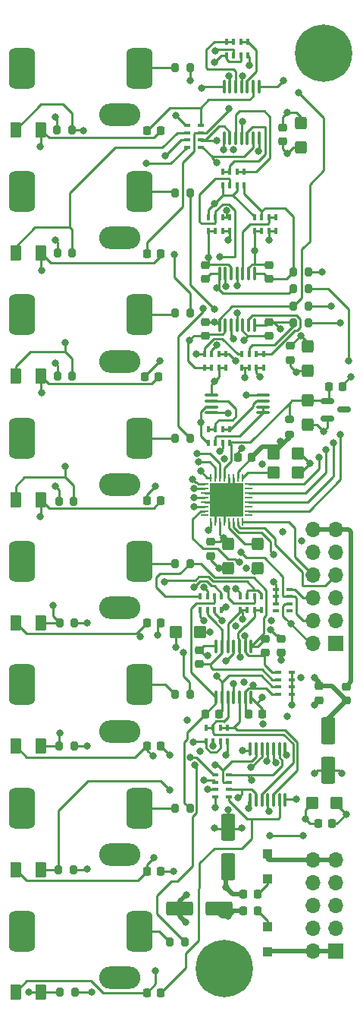
<source format=gbr>
%TF.GenerationSoftware,KiCad,Pcbnew,(6.0.6)*%
%TF.CreationDate,2022-08-14T16:56:23+02:00*%
%TF.ProjectId,eurorack-pmod-pcb,6575726f-7261-4636-9b2d-706d6f642d70,rev?*%
%TF.SameCoordinates,Original*%
%TF.FileFunction,Copper,L1,Top*%
%TF.FilePolarity,Positive*%
%FSLAX46Y46*%
G04 Gerber Fmt 4.6, Leading zero omitted, Abs format (unit mm)*
G04 Created by KiCad (PCBNEW (6.0.6)) date 2022-08-14 16:56:23*
%MOMM*%
%LPD*%
G01*
G04 APERTURE LIST*
G04 Aperture macros list*
%AMRoundRect*
0 Rectangle with rounded corners*
0 $1 Rounding radius*
0 $2 $3 $4 $5 $6 $7 $8 $9 X,Y pos of 4 corners*
0 Add a 4 corners polygon primitive as box body*
4,1,4,$2,$3,$4,$5,$6,$7,$8,$9,$2,$3,0*
0 Add four circle primitives for the rounded corners*
1,1,$1+$1,$2,$3*
1,1,$1+$1,$4,$5*
1,1,$1+$1,$6,$7*
1,1,$1+$1,$8,$9*
0 Add four rect primitives between the rounded corners*
20,1,$1+$1,$2,$3,$4,$5,0*
20,1,$1+$1,$4,$5,$6,$7,0*
20,1,$1+$1,$6,$7,$8,$9,0*
20,1,$1+$1,$8,$9,$2,$3,0*%
G04 Aperture macros list end*
%TA.AperFunction,SMDPad,CuDef*%
%ADD10RoundRect,0.200000X-0.200000X-0.275000X0.200000X-0.275000X0.200000X0.275000X-0.200000X0.275000X0*%
%TD*%
%TA.AperFunction,SMDPad,CuDef*%
%ADD11RoundRect,0.225000X0.250000X-0.225000X0.250000X0.225000X-0.250000X0.225000X-0.250000X-0.225000X0*%
%TD*%
%TA.AperFunction,SMDPad,CuDef*%
%ADD12RoundRect,0.250000X-0.375000X-0.625000X0.375000X-0.625000X0.375000X0.625000X-0.375000X0.625000X0*%
%TD*%
%TA.AperFunction,SMDPad,CuDef*%
%ADD13RoundRect,0.100000X-0.100000X0.637500X-0.100000X-0.637500X0.100000X-0.637500X0.100000X0.637500X0*%
%TD*%
%TA.AperFunction,SMDPad,CuDef*%
%ADD14RoundRect,0.200000X0.200000X0.275000X-0.200000X0.275000X-0.200000X-0.275000X0.200000X-0.275000X0*%
%TD*%
%TA.AperFunction,SMDPad,CuDef*%
%ADD15RoundRect,0.225000X0.225000X0.250000X-0.225000X0.250000X-0.225000X-0.250000X0.225000X-0.250000X0*%
%TD*%
%TA.AperFunction,SMDPad,CuDef*%
%ADD16RoundRect,0.225000X-0.225000X-0.250000X0.225000X-0.250000X0.225000X0.250000X-0.225000X0.250000X0*%
%TD*%
%TA.AperFunction,SMDPad,CuDef*%
%ADD17R,1.100000X1.100000*%
%TD*%
%TA.AperFunction,SMDPad,CuDef*%
%ADD18RoundRect,0.250000X-0.450000X-0.425000X0.450000X-0.425000X0.450000X0.425000X-0.450000X0.425000X0*%
%TD*%
%TA.AperFunction,SMDPad,CuDef*%
%ADD19R,0.430000X0.760000*%
%TD*%
%TA.AperFunction,SMDPad,CuDef*%
%ADD20RoundRect,0.062500X0.062500X-0.337500X0.062500X0.337500X-0.062500X0.337500X-0.062500X-0.337500X0*%
%TD*%
%TA.AperFunction,SMDPad,CuDef*%
%ADD21RoundRect,0.062500X0.337500X-0.062500X0.337500X0.062500X-0.337500X0.062500X-0.337500X-0.062500X0*%
%TD*%
%TA.AperFunction,ComponentPad*%
%ADD22C,0.500000*%
%TD*%
%TA.AperFunction,SMDPad,CuDef*%
%ADD23R,3.700000X3.700000*%
%TD*%
%TA.AperFunction,SMDPad,CuDef*%
%ADD24RoundRect,0.218750X0.256250X-0.218750X0.256250X0.218750X-0.256250X0.218750X-0.256250X-0.218750X0*%
%TD*%
%TA.AperFunction,ComponentPad*%
%ADD25RoundRect,0.725000X-0.725000X1.575000X-0.725000X-1.575000X0.725000X-1.575000X0.725000X1.575000X0*%
%TD*%
%TA.AperFunction,ComponentPad*%
%ADD26O,4.600000X2.500000*%
%TD*%
%TA.AperFunction,SMDPad,CuDef*%
%ADD27RoundRect,0.250000X0.550000X-1.250000X0.550000X1.250000X-0.550000X1.250000X-0.550000X-1.250000X0*%
%TD*%
%TA.AperFunction,ComponentPad*%
%ADD28C,0.800000*%
%TD*%
%TA.AperFunction,ComponentPad*%
%ADD29C,6.400000*%
%TD*%
%TA.AperFunction,SMDPad,CuDef*%
%ADD30R,0.760000X0.430000*%
%TD*%
%TA.AperFunction,ComponentPad*%
%ADD31R,1.700000X1.700000*%
%TD*%
%TA.AperFunction,ComponentPad*%
%ADD32O,1.700000X1.700000*%
%TD*%
%TA.AperFunction,SMDPad,CuDef*%
%ADD33RoundRect,0.250000X-0.425000X0.450000X-0.425000X-0.450000X0.425000X-0.450000X0.425000X0.450000X0*%
%TD*%
%TA.AperFunction,SMDPad,CuDef*%
%ADD34RoundRect,0.250000X0.450000X0.425000X-0.450000X0.425000X-0.450000X-0.425000X0.450000X-0.425000X0*%
%TD*%
%TA.AperFunction,SMDPad,CuDef*%
%ADD35RoundRect,0.250000X0.425000X-0.450000X0.425000X0.450000X-0.425000X0.450000X-0.425000X-0.450000X0*%
%TD*%
%TA.AperFunction,SMDPad,CuDef*%
%ADD36RoundRect,0.225000X-0.250000X0.225000X-0.250000X-0.225000X0.250000X-0.225000X0.250000X0.225000X0*%
%TD*%
%TA.AperFunction,SMDPad,CuDef*%
%ADD37RoundRect,0.218750X-0.218750X-0.256250X0.218750X-0.256250X0.218750X0.256250X-0.218750X0.256250X0*%
%TD*%
%TA.AperFunction,SMDPad,CuDef*%
%ADD38RoundRect,0.150000X-0.587500X-0.150000X0.587500X-0.150000X0.587500X0.150000X-0.587500X0.150000X0*%
%TD*%
%TA.AperFunction,SMDPad,CuDef*%
%ADD39RoundRect,0.200000X-0.275000X0.200000X-0.275000X-0.200000X0.275000X-0.200000X0.275000X0.200000X0*%
%TD*%
%TA.AperFunction,SMDPad,CuDef*%
%ADD40RoundRect,0.100000X0.100000X-0.637500X0.100000X0.637500X-0.100000X0.637500X-0.100000X-0.637500X0*%
%TD*%
%TA.AperFunction,SMDPad,CuDef*%
%ADD41RoundRect,0.100000X0.637500X0.100000X-0.637500X0.100000X-0.637500X-0.100000X0.637500X-0.100000X0*%
%TD*%
%TA.AperFunction,SMDPad,CuDef*%
%ADD42RoundRect,0.250000X-0.550000X1.250000X-0.550000X-1.250000X0.550000X-1.250000X0.550000X1.250000X0*%
%TD*%
%TA.AperFunction,SMDPad,CuDef*%
%ADD43RoundRect,0.250000X-1.250000X-0.550000X1.250000X-0.550000X1.250000X0.550000X-1.250000X0.550000X0*%
%TD*%
%TA.AperFunction,ViaPad*%
%ADD44C,0.800000*%
%TD*%
%TA.AperFunction,Conductor*%
%ADD45C,0.250000*%
%TD*%
%TA.AperFunction,Conductor*%
%ADD46C,0.254000*%
%TD*%
%TA.AperFunction,Conductor*%
%ADD47C,0.508000*%
%TD*%
G04 APERTURE END LIST*
D10*
%TO.P,R5,1*%
%TO.N,Net-(J4-PadT)*%
X-825000Y-19685000D03*
%TO.P,R5,2*%
%TO.N,Net-(C22-Pad1)*%
X825000Y-19685000D03*
%TD*%
D11*
%TO.P,C20,1*%
%TO.N,Net-(C20-Pad1)*%
X2540000Y-35573000D03*
%TO.P,C20,2*%
%TO.N,Net-(C20-Pad2)*%
X2540000Y-34023000D03*
%TD*%
D12*
%TO.P,D8,1,KA*%
%TO.N,Net-(C31-Pad2)*%
X-18646600Y-81330800D03*
%TO.P,D8,2,AK*%
%TO.N,Net-(D8-Pad2)*%
X-15846600Y-81330800D03*
%TD*%
D13*
%TO.P,U7,1*%
%TO.N,Net-(C29-Pad2)*%
X11475000Y-81592500D03*
%TO.P,U7,2,-*%
%TO.N,Net-(C29-Pad1)*%
X10825000Y-81592500D03*
%TO.P,U7,3,+*%
%TO.N,Net-(RN10-Pad7)*%
X10175000Y-81592500D03*
%TO.P,U7,4,V+*%
%TO.N,+12V*%
X9525000Y-81592500D03*
%TO.P,U7,5,+*%
%TO.N,Net-(RN10-Pad5)*%
X8875000Y-81592500D03*
%TO.P,U7,6,-*%
%TO.N,Net-(C31-Pad1)*%
X8225000Y-81592500D03*
%TO.P,U7,7*%
%TO.N,Net-(C31-Pad2)*%
X7575000Y-81592500D03*
%TO.P,U7,8*%
%TO.N,Net-(C33-Pad2)*%
X7575000Y-87317500D03*
%TO.P,U7,9,-*%
%TO.N,Net-(C33-Pad1)*%
X8225000Y-87317500D03*
%TO.P,U7,10,+*%
%TO.N,Net-(RN14-Pad7)*%
X8875000Y-87317500D03*
%TO.P,U7,11,V-*%
%TO.N,-12V*%
X9525000Y-87317500D03*
%TO.P,U7,12,+*%
%TO.N,Net-(RN14-Pad5)*%
X10175000Y-87317500D03*
%TO.P,U7,13,-*%
%TO.N,Net-(C35-Pad1)*%
X10825000Y-87317500D03*
%TO.P,U7,14*%
%TO.N,Net-(C35-Pad2)*%
X11475000Y-87317500D03*
%TD*%
D14*
%TO.P,R14,1*%
%TO.N,Net-(C28-Pad2)*%
X825000Y-60960000D03*
%TO.P,R14,2*%
%TO.N,Net-(J7-PadT)*%
X-825000Y-60960000D03*
%TD*%
D10*
%TO.P,R9,1*%
%TO.N,Net-(C24-Pad2)*%
X12383000Y-28448000D03*
%TO.P,R9,2*%
%TO.N,/dual_mono_inputs2/IN1_3V*%
X14033000Y-28448000D03*
%TD*%
D15*
%TO.P,C4,1*%
%TO.N,+3.3VA*%
X7760000Y-49149000D03*
%TO.P,C4,2*%
%TO.N,GND*%
X6210000Y-49149000D03*
%TD*%
D11*
%TO.P,C15,1*%
%TO.N,+12V*%
X11049000Y-70879000D03*
%TO.P,C15,2*%
%TO.N,GND*%
X11049000Y-69329000D03*
%TD*%
D10*
%TO.P,R4,1*%
%TO.N,GND*%
X-14033000Y-12598400D03*
%TO.P,R4,2*%
%TO.N,Net-(D3-Pad1)*%
X-12383000Y-12598400D03*
%TD*%
D14*
%TO.P,R15,1*%
%TO.N,GND*%
X-12052800Y-67614800D03*
%TO.P,R15,2*%
%TO.N,Net-(D7-Pad2)*%
X-13702800Y-67614800D03*
%TD*%
D12*
%TO.P,D5,1,KA*%
%TO.N,Net-(D5-Pad1)*%
X-18646600Y-40081200D03*
%TO.P,D5,2,AK*%
%TO.N,Net-(C25-Pad2)*%
X-15846600Y-40081200D03*
%TD*%
D16*
%TO.P,C23,1*%
%TO.N,Net-(C23-Pad1)*%
X-3950000Y-26416000D03*
%TO.P,C23,2*%
%TO.N,Net-(C23-Pad2)*%
X-2400000Y-26416000D03*
%TD*%
D17*
%TO.P,D2,1,K*%
%TO.N,Net-(D2-Pad1)*%
X9525000Y-104270000D03*
%TO.P,D2,2,A*%
%TO.N,Net-(D2-Pad2)*%
X9525000Y-101470000D03*
%TD*%
D10*
%TO.P,R6,1*%
%TO.N,Net-(C22-Pad2)*%
X12383000Y-34163000D03*
%TO.P,R6,2*%
%TO.N,/dual_mono_inputs1/IN2_3V*%
X14033000Y-34163000D03*
%TD*%
D18*
%TO.P,C11,1*%
%TO.N,Net-(C11-Pad1)*%
X10160000Y-50800000D03*
%TO.P,C11,2*%
%TO.N,GND*%
X12860000Y-50800000D03*
%TD*%
D12*
%TO.P,D7,1,KA*%
%TO.N,Net-(C29-Pad2)*%
X-18621200Y-67564000D03*
%TO.P,D7,2,AK*%
%TO.N,Net-(D7-Pad2)*%
X-15821200Y-67564000D03*
%TD*%
D15*
%TO.P,C31,1*%
%TO.N,Net-(C31-Pad1)*%
X-2400000Y-81280000D03*
%TO.P,C31,2*%
%TO.N,Net-(C31-Pad2)*%
X-3950000Y-81280000D03*
%TD*%
D16*
%TO.P,C34,1*%
%TO.N,Net-(C34-Pad1)*%
X7353000Y-77724000D03*
%TO.P,C34,2*%
%TO.N,Net-(C34-Pad2)*%
X8903000Y-77724000D03*
%TD*%
D11*
%TO.P,C22,1*%
%TO.N,Net-(C22-Pad1)*%
X9652000Y-35573000D03*
%TO.P,C22,2*%
%TO.N,Net-(C22-Pad2)*%
X9652000Y-34023000D03*
%TD*%
D19*
%TO.P,RN14,1,R1.1*%
%TO.N,/-VCOM*%
X2610000Y-80770000D03*
%TO.P,RN14,2,R2.1*%
%TO.N,/dual_mono_outputs2/OUT1*%
X3410000Y-80770000D03*
%TO.P,RN14,3,R3.1*%
%TO.N,/-VCOM*%
X4210000Y-80770000D03*
%TO.P,RN14,4,R4.1*%
%TO.N,/dual_mono_outputs2/OUT2*%
X5010000Y-80770000D03*
%TO.P,RN14,5,R4.2*%
%TO.N,Net-(RN14-Pad5)*%
X5010000Y-79250000D03*
%TO.P,RN14,6,R3.2*%
X4210000Y-79250000D03*
%TO.P,RN14,7,R2.2*%
%TO.N,Net-(RN14-Pad7)*%
X3410000Y-79250000D03*
%TO.P,RN14,8,R1.2*%
X2610000Y-79250000D03*
%TD*%
D12*
%TO.P,D6,1,KA*%
%TO.N,Net-(D6-Pad1)*%
X-18646600Y-53822600D03*
%TO.P,D6,2,AK*%
%TO.N,Net-(C27-Pad2)*%
X-15846600Y-53822600D03*
%TD*%
D14*
%TO.P,R18,1*%
%TO.N,Net-(C32-Pad2)*%
X825000Y-88265000D03*
%TO.P,R18,2*%
%TO.N,Net-(J9-PadT)*%
X-825000Y-88265000D03*
%TD*%
D16*
%TO.P,C9,1*%
%TO.N,/VREFH*%
X16375000Y-41275000D03*
%TO.P,C9,2*%
%TO.N,GND*%
X17925000Y-41275000D03*
%TD*%
%TO.P,C25,1*%
%TO.N,Net-(C25-Pad1)*%
X-4204000Y-40132000D03*
%TO.P,C25,2*%
%TO.N,Net-(C25-Pad2)*%
X-2654000Y-40132000D03*
%TD*%
D20*
%TO.P,U3,1,SDIN1*%
%TO.N,/SDIN1*%
X3175000Y-56290000D03*
%TO.P,U3,2,SDIN2*%
%TO.N,GND*%
X3675000Y-56290000D03*
%TO.P,U3,3,TVDD*%
%TO.N,VDD*%
X4175000Y-56290000D03*
%TO.P,U3,4,VSS2*%
%TO.N,GND*%
X4675000Y-56290000D03*
%TO.P,U3,5,AVDRV*%
%TO.N,Net-(C10-Pad1)*%
X5175000Y-56290000D03*
%TO.P,U3,6,LRCK*%
%TO.N,/LRCK*%
X5675000Y-56290000D03*
%TO.P,U3,7,BICK*%
%TO.N,/BICK*%
X6175000Y-56290000D03*
%TO.P,U3,8,MCLK*%
%TO.N,/MCLK*%
X6675000Y-56290000D03*
D21*
%TO.P,U3,9,IN4N/AIN5R/GND6R*%
%TO.N,unconnected-(U3-Pad9)*%
X7375000Y-55590000D03*
%TO.P,U3,10,IN4P/AIN4R/AIN6R*%
%TO.N,/dual_mono_inputs2/IN2_3V*%
X7375000Y-55090000D03*
%TO.P,U3,11,IN3N/AIN5L/GND6L*%
%TO.N,unconnected-(U3-Pad11)*%
X7375000Y-54590000D03*
%TO.P,U3,12,IN3P/AIN4L/AIN6L*%
%TO.N,/dual_mono_inputs2/IN1_3V*%
X7375000Y-54090000D03*
%TO.P,U3,13,IN2N/AIN2R/GND3R*%
%TO.N,unconnected-(U3-Pad13)*%
X7375000Y-53590000D03*
%TO.P,U3,14,IN2P/AIN1R/AIN3R*%
%TO.N,/dual_mono_inputs1/IN2_3V*%
X7375000Y-53090000D03*
%TO.P,U3,15,IN1N/AIN2L/GND3L*%
%TO.N,unconnected-(U3-Pad15)*%
X7375000Y-52590000D03*
%TO.P,U3,16,IN1P/AIN1L/AIN3L*%
%TO.N,/dual_mono_inputs1/IN1_3V*%
X7375000Y-52090000D03*
D20*
%TO.P,U3,17,VCOM*%
%TO.N,Net-(C11-Pad1)*%
X6675000Y-51390000D03*
%TO.P,U3,18,AVDD*%
%TO.N,+3.3VA*%
X6175000Y-51390000D03*
%TO.P,U3,19,VSS1*%
%TO.N,GND*%
X5675000Y-51390000D03*
%TO.P,U3,20,VREFL*%
X5175000Y-51390000D03*
%TO.P,U3,21,VREFH*%
%TO.N,/VREFH*%
X4675000Y-51390000D03*
%TO.P,U3,22,AOUT1L*%
%TO.N,/dual_mono_outputs1/OUT1*%
X4175000Y-51390000D03*
%TO.P,U3,23,AOUT1R*%
%TO.N,/dual_mono_outputs1/OUT2*%
X3675000Y-51390000D03*
%TO.P,U3,24,AOUT2L*%
%TO.N,/dual_mono_outputs2/OUT1*%
X3175000Y-51390000D03*
D21*
%TO.P,U3,25,AOUT2R*%
%TO.N,/dual_mono_outputs2/OUT2*%
X2475000Y-52090000D03*
%TO.P,U3,26,PDN*%
%TO.N,/PDN*%
X2475000Y-52590000D03*
%TO.P,U3,27,CAD/~{CS}*%
%TO.N,GND*%
X2475000Y-53090000D03*
%TO.P,U3,28,SCL/SCLK*%
%TO.N,/SCL*%
X2475000Y-53590000D03*
%TO.P,U3,29,SI*%
%TO.N,GND*%
X2475000Y-54090000D03*
%TO.P,U3,30,SDA/SO*%
%TO.N,/SDA*%
X2475000Y-54590000D03*
%TO.P,U3,31,SDOUT1*%
%TO.N,/SDOUT1*%
X2475000Y-55090000D03*
%TO.P,U3,32,SDOUT2*%
%TO.N,unconnected-(U3-Pad32)*%
X2475000Y-55590000D03*
D22*
%TO.P,U3,33,PAD*%
%TO.N,GND*%
X3925000Y-53840000D03*
X4925000Y-54840000D03*
X5925000Y-53840000D03*
X5925000Y-52840000D03*
X4925000Y-52840000D03*
X3925000Y-54840000D03*
X4925000Y-53840000D03*
X5925000Y-54840000D03*
X3925000Y-52840000D03*
D23*
X4925000Y-53840000D03*
%TD*%
D11*
%TO.P,C17,1*%
%TO.N,GND*%
X11176000Y-13932200D03*
%TO.P,C17,2*%
%TO.N,-12V*%
X11176000Y-12382200D03*
%TD*%
D24*
%TO.P,L3,1*%
%TO.N,VDD*%
X18268148Y-76222314D03*
%TO.P,L3,2*%
%TO.N,Net-(J2-Pad11)*%
X18268148Y-74647314D03*
%TD*%
D25*
%TO.P,J6,S*%
%TO.N,GND*%
X-17970000Y-46964776D03*
%TO.P,J6,T*%
%TO.N,Net-(J6-PadT)*%
X-4770000Y-46964776D03*
D26*
%TO.P,J6,TN*%
%TO.N,GND*%
X-6970000Y-52164776D03*
%TD*%
D15*
%TO.P,C33,1*%
%TO.N,Net-(C33-Pad1)*%
X-2400000Y-95250000D03*
%TO.P,C33,2*%
%TO.N,Net-(C33-Pad2)*%
X-3950000Y-95250000D03*
%TD*%
D19*
%TO.P,RN11,1,R1.1*%
%TO.N,Net-(C28-Pad1)*%
X1975000Y-66165000D03*
%TO.P,RN11,2,R2.1*%
%TO.N,Net-(C30-Pad1)*%
X2775000Y-66165000D03*
%TO.P,RN11,3,R3.1*%
%TO.N,Net-(C32-Pad1)*%
X3575000Y-66165000D03*
%TO.P,RN11,4,R4.1*%
%TO.N,Net-(C34-Pad1)*%
X4375000Y-66165000D03*
%TO.P,RN11,5,R4.2*%
%TO.N,Net-(C34-Pad2)*%
X4375000Y-64645000D03*
%TO.P,RN11,6,R3.2*%
%TO.N,Net-(C32-Pad2)*%
X3575000Y-64645000D03*
%TO.P,RN11,7,R2.2*%
%TO.N,Net-(C30-Pad2)*%
X2775000Y-64645000D03*
%TO.P,RN11,8,R1.2*%
%TO.N,Net-(C28-Pad2)*%
X1975000Y-64645000D03*
%TD*%
D24*
%TO.P,L4,1*%
%TO.N,+3.3VA*%
X15240000Y-76200000D03*
%TO.P,L4,2*%
%TO.N,VDD*%
X15240000Y-74625000D03*
%TD*%
D27*
%TO.P,C1,1*%
%TO.N,+12V*%
X5080000Y-94783000D03*
%TO.P,C1,2*%
%TO.N,GND*%
X5080000Y-90383000D03*
%TD*%
D19*
%TO.P,RN2,1,R1.1*%
%TO.N,Net-(RN2-Pad1)*%
X5264000Y-45976000D03*
%TO.P,RN2,2,R2.1*%
X4464000Y-45976000D03*
%TO.P,RN2,3,R3.1*%
%TO.N,Net-(RN2-Pad3)*%
X3664000Y-45976000D03*
%TO.P,RN2,4,R4.1*%
X2864000Y-45976000D03*
%TO.P,RN2,5,R4.2*%
%TO.N,/-VCOM*%
X2864000Y-47496000D03*
%TO.P,RN2,6,R3.2*%
%TO.N,Net-(RN2-Pad6)*%
X3664000Y-47496000D03*
%TO.P,RN2,7,R2.2*%
%TO.N,GND*%
X4464000Y-47496000D03*
%TO.P,RN2,8,R1.2*%
%TO.N,/VREFH*%
X5264000Y-47496000D03*
%TD*%
D28*
%TO.P,REF\u002A\u002A,1*%
%TO.N,N/C*%
X17445056Y-5761056D03*
X14050944Y-5761056D03*
X18148000Y-4064000D03*
D29*
X15748000Y-4064000D03*
D28*
X17445056Y-2366944D03*
X13348000Y-4064000D03*
X14050944Y-2366944D03*
X15748000Y-1664000D03*
X15748000Y-6464000D03*
%TD*%
D30*
%TO.P,RN13,1,R1.1*%
%TO.N,Net-(D7-Pad2)*%
X3685000Y-84525000D03*
%TO.P,RN13,2,R2.1*%
%TO.N,Net-(D8-Pad2)*%
X3685000Y-85325000D03*
%TO.P,RN13,3,R3.1*%
%TO.N,Net-(D9-Pad2)*%
X3685000Y-86125000D03*
%TO.P,RN13,4,R4.1*%
%TO.N,Net-(D10-Pad2)*%
X3685000Y-86925000D03*
%TO.P,RN13,5,R4.2*%
%TO.N,Net-(C35-Pad1)*%
X5205000Y-86925000D03*
%TO.P,RN13,6,R3.2*%
%TO.N,Net-(C33-Pad1)*%
X5205000Y-86125000D03*
%TO.P,RN13,7,R2.2*%
%TO.N,Net-(C31-Pad1)*%
X5205000Y-85325000D03*
%TO.P,RN13,8,R1.2*%
%TO.N,Net-(C29-Pad1)*%
X5205000Y-84525000D03*
%TD*%
%TO.P,RN12,1,R1.1*%
%TO.N,Net-(C28-Pad1)*%
X10670000Y-73095000D03*
%TO.P,RN12,2,R2.1*%
%TO.N,Net-(C30-Pad1)*%
X10670000Y-73895000D03*
%TO.P,RN12,3,R3.1*%
%TO.N,Net-(C32-Pad1)*%
X10670000Y-74695000D03*
%TO.P,RN12,4,R4.1*%
%TO.N,Net-(C34-Pad1)*%
X10670000Y-75495000D03*
%TO.P,RN12,5,R4.2*%
%TO.N,GND*%
X12190000Y-75495000D03*
%TO.P,RN12,6,R3.2*%
X12190000Y-74695000D03*
%TO.P,RN12,7,R2.2*%
X12190000Y-73895000D03*
%TO.P,RN12,8,R1.2*%
X12190000Y-73095000D03*
%TD*%
D31*
%TO.P,J1,1,Pin_1*%
%TO.N,Net-(D2-Pad1)*%
X17145000Y-104135000D03*
D32*
%TO.P,J1,2,Pin_2*%
X14605000Y-104135000D03*
%TO.P,J1,3,Pin_3*%
%TO.N,GND*%
X17145000Y-101595000D03*
%TO.P,J1,4,Pin_4*%
X14605000Y-101595000D03*
%TO.P,J1,5,Pin_5*%
X17145000Y-99055000D03*
%TO.P,J1,6,Pin_6*%
X14605000Y-99055000D03*
%TO.P,J1,7,Pin_7*%
X17145000Y-96515000D03*
%TO.P,J1,8,Pin_8*%
X14605000Y-96515000D03*
%TO.P,J1,9,Pin_9*%
%TO.N,Net-(D1-Pad2)*%
X17145000Y-93975000D03*
%TO.P,J1,10,Pin_10*%
X14605000Y-93975000D03*
%TD*%
D19*
%TO.P,RN7,1,R1.1*%
%TO.N,Net-(C24-Pad1)*%
X8052000Y-23872000D03*
%TO.P,RN7,2,R2.1*%
X8852000Y-23872000D03*
%TO.P,RN7,3,R3.1*%
%TO.N,GND*%
X9652000Y-23872000D03*
%TO.P,RN7,4,R4.1*%
X10452000Y-23872000D03*
%TO.P,RN7,5,R4.2*%
%TO.N,Net-(RN7-Pad5)*%
X10452000Y-22352000D03*
%TO.P,RN7,6,R3.2*%
X9652000Y-22352000D03*
%TO.P,RN7,7,R2.2*%
%TO.N,Net-(C24-Pad2)*%
X8852000Y-22352000D03*
%TO.P,RN7,8,R1.2*%
%TO.N,/-VCOM*%
X8052000Y-22352000D03*
%TD*%
D10*
%TO.P,R11,1*%
%TO.N,Net-(J6-PadT)*%
X-825000Y-46990000D03*
%TO.P,R11,2*%
%TO.N,Net-(C26-Pad1)*%
X825000Y-46990000D03*
%TD*%
D33*
%TO.P,C12,1*%
%TO.N,+12V*%
X13970000Y-36750000D03*
%TO.P,C12,2*%
%TO.N,GND*%
X13970000Y-39450000D03*
%TD*%
D10*
%TO.P,R2,1*%
%TO.N,Net-(J3-PadT)*%
X-825000Y-5715000D03*
%TO.P,R2,2*%
%TO.N,Net-(C20-Pad1)*%
X825000Y-5715000D03*
%TD*%
D14*
%TO.P,R20,1*%
%TO.N,Net-(C34-Pad2)*%
X266200Y-103124000D03*
%TO.P,R20,2*%
%TO.N,Net-(J10-PadT)*%
X-1383800Y-103124000D03*
%TD*%
%TO.P,R21,1*%
%TO.N,GND*%
X-12027400Y-108712000D03*
%TO.P,R21,2*%
%TO.N,Net-(D10-Pad2)*%
X-13677400Y-108712000D03*
%TD*%
D19*
%TO.P,RN3,1,R1.1*%
%TO.N,Net-(C20-Pad1)*%
X2464000Y-39112000D03*
%TO.P,RN3,2,R2.1*%
X3264000Y-39112000D03*
%TO.P,RN3,3,R3.1*%
%TO.N,GND*%
X4064000Y-39112000D03*
%TO.P,RN3,4,R4.1*%
X4864000Y-39112000D03*
%TO.P,RN3,5,R4.2*%
%TO.N,Net-(RN3-Pad5)*%
X4864000Y-37592000D03*
%TO.P,RN3,6,R3.2*%
X4064000Y-37592000D03*
%TO.P,RN3,7,R2.2*%
%TO.N,Net-(C20-Pad2)*%
X3264000Y-37592000D03*
%TO.P,RN3,8,R1.2*%
%TO.N,/-VCOM*%
X2464000Y-37592000D03*
%TD*%
D12*
%TO.P,D3,1,KA*%
%TO.N,Net-(D3-Pad1)*%
X-18621200Y-12598400D03*
%TO.P,D3,2,AK*%
%TO.N,Net-(C21-Pad2)*%
X-15821200Y-12598400D03*
%TD*%
D25*
%TO.P,J3,S*%
%TO.N,GND*%
X-17970000Y-5735611D03*
%TO.P,J3,T*%
%TO.N,Net-(J3-PadT)*%
X-4770000Y-5735611D03*
D26*
%TO.P,J3,TN*%
%TO.N,GND*%
X-6970000Y-10935611D03*
%TD*%
D34*
%TO.P,C14,1*%
%TO.N,+12V*%
X1985000Y-68580000D03*
%TO.P,C14,2*%
%TO.N,GND*%
X-715000Y-68580000D03*
%TD*%
D17*
%TO.P,D1,1,K*%
%TO.N,Net-(D1-Pad1)*%
X9525000Y-96142000D03*
%TO.P,D1,2,A*%
%TO.N,Net-(D1-Pad2)*%
X9525000Y-93342000D03*
%TD*%
D35*
%TO.P,C16,1*%
%TO.N,GND*%
X13208000Y-14558000D03*
%TO.P,C16,2*%
%TO.N,-12V*%
X13208000Y-11858000D03*
%TD*%
D18*
%TO.P,C3,1*%
%TO.N,+3.3VA*%
X10160000Y-48691800D03*
%TO.P,C3,2*%
%TO.N,GND*%
X12860000Y-48691800D03*
%TD*%
D14*
%TO.P,R17,1*%
%TO.N,GND*%
X-12090400Y-81330800D03*
%TO.P,R17,2*%
%TO.N,Net-(D8-Pad2)*%
X-13740400Y-81330800D03*
%TD*%
D36*
%TO.P,C6,1*%
%TO.N,VDD*%
X3175000Y-58534000D03*
%TO.P,C6,2*%
%TO.N,GND*%
X3175000Y-60084000D03*
%TD*%
D15*
%TO.P,C35,1*%
%TO.N,Net-(C35-Pad1)*%
X-2430543Y-108812750D03*
%TO.P,C35,2*%
%TO.N,Net-(C35-Pad2)*%
X-3980543Y-108812750D03*
%TD*%
D34*
%TO.P,C18,1*%
%TO.N,GND*%
X17225000Y-87630000D03*
%TO.P,C18,2*%
%TO.N,-12V*%
X14525000Y-87630000D03*
%TD*%
D11*
%TO.P,C30,1*%
%TO.N,Net-(C30-Pad1)*%
X1905000Y-72149000D03*
%TO.P,C30,2*%
%TO.N,Net-(C30-Pad2)*%
X1905000Y-70599000D03*
%TD*%
D16*
%TO.P,C27,1*%
%TO.N,Net-(C27-Pad1)*%
X-3950000Y-53975000D03*
%TO.P,C27,2*%
%TO.N,Net-(C27-Pad2)*%
X-2400000Y-53975000D03*
%TD*%
D33*
%TO.P,C5,1*%
%TO.N,VDD*%
X5080000Y-58771800D03*
%TO.P,C5,2*%
%TO.N,GND*%
X5080000Y-61471800D03*
%TD*%
D19*
%TO.P,RN6,1,R1.1*%
%TO.N,Net-(C22-Pad1)*%
X6640295Y-39107713D03*
%TO.P,RN6,2,R2.1*%
X7440295Y-39107713D03*
%TO.P,RN6,3,R3.1*%
%TO.N,GND*%
X8240295Y-39107713D03*
%TO.P,RN6,4,R4.1*%
X9040295Y-39107713D03*
%TO.P,RN6,5,R4.2*%
%TO.N,Net-(RN6-Pad5)*%
X9040295Y-37587713D03*
%TO.P,RN6,6,R3.2*%
X8240295Y-37587713D03*
%TO.P,RN6,7,R2.2*%
%TO.N,Net-(C22-Pad2)*%
X7440295Y-37587713D03*
%TO.P,RN6,8,R1.2*%
%TO.N,/-VCOM*%
X6640295Y-37587713D03*
%TD*%
D13*
%TO.P,U5,1*%
%TO.N,Net-(C21-Pad2)*%
X8554000Y-7805500D03*
%TO.P,U5,2,-*%
%TO.N,Net-(C21-Pad1)*%
X7904000Y-7805500D03*
%TO.P,U5,3,+*%
%TO.N,Net-(RN4-Pad1)*%
X7254000Y-7805500D03*
%TO.P,U5,4,V+*%
%TO.N,+12V*%
X6604000Y-7805500D03*
%TO.P,U5,5,+*%
%TO.N,Net-(RN4-Pad3)*%
X5954000Y-7805500D03*
%TO.P,U5,6,-*%
%TO.N,Net-(C23-Pad1)*%
X5304000Y-7805500D03*
%TO.P,U5,7*%
%TO.N,Net-(C23-Pad2)*%
X4654000Y-7805500D03*
%TO.P,U5,8*%
%TO.N,Net-(C25-Pad2)*%
X4654000Y-13530500D03*
%TO.P,U5,9,-*%
%TO.N,Net-(C25-Pad1)*%
X5304000Y-13530500D03*
%TO.P,U5,10,+*%
%TO.N,Net-(RN8-Pad1)*%
X5954000Y-13530500D03*
%TO.P,U5,11,V-*%
%TO.N,-12V*%
X6604000Y-13530500D03*
%TO.P,U5,12,+*%
%TO.N,Net-(RN8-Pad3)*%
X7254000Y-13530500D03*
%TO.P,U5,13,-*%
%TO.N,Net-(C27-Pad1)*%
X7904000Y-13530500D03*
%TO.P,U5,14*%
%TO.N,Net-(C27-Pad2)*%
X8554000Y-13530500D03*
%TD*%
D37*
%TO.P,L2,1*%
%TO.N,-12V*%
X6832500Y-99645452D03*
%TO.P,L2,2*%
%TO.N,Net-(D2-Pad2)*%
X8407500Y-99645452D03*
%TD*%
D38*
%TO.P,U1,1,K*%
%TO.N,/VREFH*%
X16207500Y-42865000D03*
%TO.P,U1,2,A*%
%TO.N,GND*%
X16207500Y-44765000D03*
%TO.P,U1,3*%
%TO.N,N/C*%
X18082500Y-43815000D03*
%TD*%
D11*
%TO.P,C28,1*%
%TO.N,Net-(C28-Pad1)*%
X9271000Y-70879000D03*
%TO.P,C28,2*%
%TO.N,Net-(C28-Pad2)*%
X9271000Y-69329000D03*
%TD*%
D15*
%TO.P,C19,1*%
%TO.N,GND*%
X16700800Y-89966800D03*
%TO.P,C19,2*%
%TO.N,-12V*%
X15150800Y-89966800D03*
%TD*%
D14*
%TO.P,R16,1*%
%TO.N,Net-(C30-Pad2)*%
X825000Y-75565000D03*
%TO.P,R16,2*%
%TO.N,Net-(J8-PadT)*%
X-825000Y-75565000D03*
%TD*%
D25*
%TO.P,J7,S*%
%TO.N,GND*%
X-17970000Y-60707831D03*
%TO.P,J7,T*%
%TO.N,Net-(J7-PadT)*%
X-4770000Y-60707831D03*
D26*
%TO.P,J7,TN*%
%TO.N,unconnected-(J7-PadTN)*%
X-6970000Y-65907831D03*
%TD*%
D39*
%TO.P,R1,1*%
%TO.N,/VREFH*%
X11938000Y-44895000D03*
%TO.P,R1,2*%
%TO.N,+3.3VA*%
X11938000Y-46545000D03*
%TD*%
D10*
%TO.P,R12,1*%
%TO.N,Net-(C26-Pad2)*%
X12383000Y-30353000D03*
%TO.P,R12,2*%
%TO.N,/dual_mono_inputs2/IN2_3V*%
X14033000Y-30353000D03*
%TD*%
D25*
%TO.P,J4,S*%
%TO.N,GND*%
X-17970000Y-19478666D03*
%TO.P,J4,T*%
%TO.N,Net-(J4-PadT)*%
X-4770000Y-19478666D03*
D26*
%TO.P,J4,TN*%
%TO.N,GND*%
X-6970000Y-24678666D03*
%TD*%
D25*
%TO.P,J10,S*%
%TO.N,GND*%
X-17970000Y-101937000D03*
%TO.P,J10,T*%
%TO.N,Net-(J10-PadT)*%
X-4770000Y-101937000D03*
D26*
%TO.P,J10,TN*%
%TO.N,unconnected-(J10-PadTN)*%
X-6970000Y-107137000D03*
%TD*%
D37*
%TO.P,L1,1*%
%TO.N,+12V*%
X6832500Y-97795000D03*
%TO.P,L1,2*%
%TO.N,Net-(D1-Pad1)*%
X8407500Y-97795000D03*
%TD*%
D19*
%TO.P,RN8,1,R1.1*%
%TO.N,Net-(RN8-Pad1)*%
X6896000Y-17272000D03*
%TO.P,RN8,2,R2.1*%
X6096000Y-17272000D03*
%TO.P,RN8,3,R3.1*%
%TO.N,Net-(RN8-Pad3)*%
X5296000Y-17272000D03*
%TO.P,RN8,4,R4.1*%
X4496000Y-17272000D03*
%TO.P,RN8,5,R4.2*%
%TO.N,/-VCOM*%
X4496000Y-18792000D03*
%TO.P,RN8,6,R3.2*%
%TO.N,Net-(C26-Pad2)*%
X5296000Y-18792000D03*
%TO.P,RN8,7,R2.2*%
%TO.N,/-VCOM*%
X6096000Y-18792000D03*
%TO.P,RN8,8,R1.2*%
%TO.N,Net-(C24-Pad2)*%
X6896000Y-18792000D03*
%TD*%
D25*
%TO.P,J5,S*%
%TO.N,GND*%
X-17970000Y-33221721D03*
%TO.P,J5,T*%
%TO.N,Net-(J5-PadT)*%
X-4770000Y-33221721D03*
D26*
%TO.P,J5,TN*%
%TO.N,GND*%
X-6970000Y-38421721D03*
%TD*%
D10*
%TO.P,R13,1*%
%TO.N,GND*%
X-13804400Y-54000400D03*
%TO.P,R13,2*%
%TO.N,Net-(D6-Pad1)*%
X-12154400Y-54000400D03*
%TD*%
%TO.P,R8,1*%
%TO.N,Net-(J5-PadT)*%
X-825000Y-33020000D03*
%TO.P,R8,2*%
%TO.N,Net-(C24-Pad1)*%
X825000Y-33020000D03*
%TD*%
D36*
%TO.P,C13,1*%
%TO.N,+12V*%
X12065000Y-36690000D03*
%TO.P,C13,2*%
%TO.N,GND*%
X12065000Y-38240000D03*
%TD*%
D10*
%TO.P,R3,1*%
%TO.N,Net-(C20-Pad2)*%
X12383000Y-32258000D03*
%TO.P,R3,2*%
%TO.N,/dual_mono_inputs1/IN1_3V*%
X14033000Y-32258000D03*
%TD*%
%TO.P,R10,1*%
%TO.N,GND*%
X-13982200Y-40081200D03*
%TO.P,R10,2*%
%TO.N,Net-(D5-Pad1)*%
X-12332200Y-40081200D03*
%TD*%
D13*
%TO.P,U6,1*%
%TO.N,Net-(C28-Pad2)*%
X7665000Y-70162500D03*
%TO.P,U6,2,-*%
%TO.N,Net-(C28-Pad1)*%
X7015000Y-70162500D03*
%TO.P,U6,3,+*%
%TO.N,Net-(RN10-Pad7)*%
X6365000Y-70162500D03*
%TO.P,U6,4,V+*%
%TO.N,+12V*%
X5715000Y-70162500D03*
%TO.P,U6,5,+*%
%TO.N,Net-(RN10-Pad5)*%
X5065000Y-70162500D03*
%TO.P,U6,6,-*%
%TO.N,Net-(C30-Pad1)*%
X4415000Y-70162500D03*
%TO.P,U6,7*%
%TO.N,Net-(C30-Pad2)*%
X3765000Y-70162500D03*
%TO.P,U6,8*%
%TO.N,Net-(C32-Pad2)*%
X3765000Y-75887500D03*
%TO.P,U6,9,-*%
%TO.N,Net-(C32-Pad1)*%
X4415000Y-75887500D03*
%TO.P,U6,10,+*%
%TO.N,Net-(RN14-Pad7)*%
X5065000Y-75887500D03*
%TO.P,U6,11,V-*%
%TO.N,-12V*%
X5715000Y-75887500D03*
%TO.P,U6,12,+*%
%TO.N,Net-(RN14-Pad5)*%
X6365000Y-75887500D03*
%TO.P,U6,13,-*%
%TO.N,Net-(C34-Pad1)*%
X7015000Y-75887500D03*
%TO.P,U6,14*%
%TO.N,Net-(C34-Pad2)*%
X7665000Y-75887500D03*
%TD*%
D12*
%TO.P,D4,1,KA*%
%TO.N,Net-(D4-Pad1)*%
X-18643600Y-26339800D03*
%TO.P,D4,2,AK*%
%TO.N,Net-(C23-Pad2)*%
X-15843600Y-26339800D03*
%TD*%
D40*
%TO.P,U4,1*%
%TO.N,Net-(C20-Pad2)*%
X4146000Y-34358500D03*
%TO.P,U4,2,-*%
%TO.N,Net-(C20-Pad1)*%
X4796000Y-34358500D03*
%TO.P,U4,3,+*%
%TO.N,Net-(RN3-Pad5)*%
X5446000Y-34358500D03*
%TO.P,U4,4,V+*%
%TO.N,+12V*%
X6096000Y-34358500D03*
%TO.P,U4,5,+*%
%TO.N,Net-(C22-Pad1)*%
X6746000Y-34358500D03*
%TO.P,U4,6,-*%
%TO.N,Net-(RN6-Pad5)*%
X7396000Y-34358500D03*
%TO.P,U4,7*%
%TO.N,Net-(C22-Pad2)*%
X8046000Y-34358500D03*
%TO.P,U4,8*%
%TO.N,Net-(C24-Pad2)*%
X8046000Y-28633500D03*
%TO.P,U4,9,-*%
%TO.N,Net-(C24-Pad1)*%
X7396000Y-28633500D03*
%TO.P,U4,10,+*%
%TO.N,Net-(RN7-Pad5)*%
X6746000Y-28633500D03*
%TO.P,U4,11,V-*%
%TO.N,-12V*%
X6096000Y-28633500D03*
%TO.P,U4,12,+*%
%TO.N,Net-(C26-Pad1)*%
X5446000Y-28633500D03*
%TO.P,U4,13,-*%
%TO.N,Net-(RN9-Pad5)*%
X4796000Y-28633500D03*
%TO.P,U4,14*%
%TO.N,Net-(C26-Pad2)*%
X4146000Y-28633500D03*
%TD*%
D33*
%TO.P,C8,1*%
%TO.N,/VREFH*%
X13970000Y-42765000D03*
%TO.P,C8,2*%
%TO.N,GND*%
X13970000Y-45465000D03*
%TD*%
D28*
%TO.P,REF\u002A\u002A,1*%
%TO.N,N/C*%
X4673600Y-108521200D03*
X6370656Y-107818256D03*
X2976544Y-107818256D03*
D29*
X4673600Y-106121200D03*
D28*
X4673600Y-103721200D03*
X2273600Y-106121200D03*
X2976544Y-104424144D03*
X6370656Y-104424144D03*
X7073600Y-106121200D03*
%TD*%
D41*
%TO.P,U2,1*%
%TO.N,Net-(RN2-Pad6)*%
X8958500Y-44155000D03*
%TO.P,U2,2,-*%
X8958500Y-43505000D03*
%TO.P,U2,3,+*%
%TO.N,Net-(RN2-Pad1)*%
X8958500Y-42855000D03*
%TO.P,U2,4,V-*%
%TO.N,-12V*%
X8958500Y-42205000D03*
%TO.P,U2,5,+*%
%TO.N,GND*%
X3233500Y-42205000D03*
%TO.P,U2,6,-*%
%TO.N,Net-(RN2-Pad3)*%
X3233500Y-42855000D03*
%TO.P,U2,7*%
%TO.N,/-VCOM*%
X3233500Y-43505000D03*
%TO.P,U2,8,V+*%
%TO.N,+12V*%
X3233500Y-44155000D03*
%TD*%
D19*
%TO.P,RN9,1,R1.1*%
%TO.N,Net-(C26-Pad1)*%
X2864000Y-23872000D03*
%TO.P,RN9,2,R2.1*%
X3664000Y-23872000D03*
%TO.P,RN9,3,R3.1*%
%TO.N,GND*%
X4464000Y-23872000D03*
%TO.P,RN9,4,R4.1*%
X5264000Y-23872000D03*
%TO.P,RN9,5,R4.2*%
%TO.N,Net-(RN9-Pad5)*%
X5264000Y-22352000D03*
%TO.P,RN9,6,R3.2*%
X4464000Y-22352000D03*
%TO.P,RN9,7,R2.2*%
%TO.N,Net-(C26-Pad2)*%
X3664000Y-22352000D03*
%TO.P,RN9,8,R1.2*%
%TO.N,/-VCOM*%
X2864000Y-22352000D03*
%TD*%
D36*
%TO.P,C24,1*%
%TO.N,Net-(C24-Pad1)*%
X9652000Y-27673000D03*
%TO.P,C24,2*%
%TO.N,Net-(C24-Pad2)*%
X9652000Y-29223000D03*
%TD*%
D10*
%TO.P,R7,1*%
%TO.N,GND*%
X-13982200Y-26314400D03*
%TO.P,R7,2*%
%TO.N,Net-(D4-Pad1)*%
X-12332200Y-26314400D03*
%TD*%
D15*
%TO.P,C32,1*%
%TO.N,Net-(C32-Pad1)*%
X4077000Y-77724000D03*
%TO.P,C32,2*%
%TO.N,Net-(C32-Pad2)*%
X2527000Y-77724000D03*
%TD*%
D30*
%TO.P,RN1,1*%
%TO.N,N/C*%
X11936000Y-66224000D03*
%TO.P,RN1,2,R2.1*%
%TO.N,/SCL*%
X11936000Y-65424000D03*
%TO.P,RN1,3,R3.1*%
%TO.N,/SDA*%
X11936000Y-64624000D03*
%TO.P,RN1,4,R4.1*%
%TO.N,/PDN*%
X11936000Y-63824000D03*
%TO.P,RN1,5,R4.2*%
%TO.N,VDD*%
X10416000Y-63824000D03*
%TO.P,RN1,6,R3.2*%
X10416000Y-64624000D03*
%TO.P,RN1,7,R2.2*%
X10416000Y-65424000D03*
%TO.P,RN1,8*%
%TO.N,N/C*%
X10416000Y-66224000D03*
%TD*%
D12*
%TO.P,D10,1,KA*%
%TO.N,Net-(C35-Pad2)*%
X-18621200Y-108686600D03*
%TO.P,D10,2,AK*%
%TO.N,Net-(D10-Pad2)*%
X-15821200Y-108686600D03*
%TD*%
D30*
%TO.P,RN5,1,R1.1*%
%TO.N,Net-(D3-Pad1)*%
X510000Y-12135000D03*
%TO.P,RN5,2,R2.1*%
%TO.N,Net-(D4-Pad1)*%
X510000Y-12935000D03*
%TO.P,RN5,3,R3.1*%
%TO.N,Net-(D5-Pad1)*%
X510000Y-13735000D03*
%TO.P,RN5,4,R4.1*%
%TO.N,Net-(D6-Pad1)*%
X510000Y-14535000D03*
%TO.P,RN5,5,R4.2*%
%TO.N,Net-(C27-Pad1)*%
X2030000Y-14535000D03*
%TO.P,RN5,6,R3.2*%
%TO.N,Net-(C25-Pad1)*%
X2030000Y-13735000D03*
%TO.P,RN5,7,R2.2*%
%TO.N,Net-(C23-Pad1)*%
X2030000Y-12935000D03*
%TO.P,RN5,8,R1.2*%
%TO.N,Net-(C21-Pad1)*%
X2030000Y-12135000D03*
%TD*%
D12*
%TO.P,D9,1,KA*%
%TO.N,Net-(C33-Pad2)*%
X-18646600Y-95072200D03*
%TO.P,D9,2,AK*%
%TO.N,Net-(D9-Pad2)*%
X-15846600Y-95072200D03*
%TD*%
D16*
%TO.P,C21,1*%
%TO.N,Net-(C21-Pad1)*%
X-3950000Y-12700000D03*
%TO.P,C21,2*%
%TO.N,Net-(C21-Pad2)*%
X-2400000Y-12700000D03*
%TD*%
D19*
%TO.P,RN10,1,R1.1*%
%TO.N,/-VCOM*%
X8820000Y-64645000D03*
%TO.P,RN10,2,R2.1*%
%TO.N,/dual_mono_outputs1/OUT1*%
X8020000Y-64645000D03*
%TO.P,RN10,3,R3.1*%
%TO.N,/-VCOM*%
X7220000Y-64645000D03*
%TO.P,RN10,4,R4.1*%
%TO.N,/dual_mono_outputs1/OUT2*%
X6420000Y-64645000D03*
%TO.P,RN10,5,R4.2*%
%TO.N,Net-(RN10-Pad5)*%
X6420000Y-66165000D03*
%TO.P,RN10,6,R3.2*%
X7220000Y-66165000D03*
%TO.P,RN10,7,R2.2*%
%TO.N,Net-(RN10-Pad7)*%
X8020000Y-66165000D03*
%TO.P,RN10,8,R1.2*%
X8820000Y-66165000D03*
%TD*%
D14*
%TO.P,R19,1*%
%TO.N,GND*%
X-12179800Y-95097600D03*
%TO.P,R19,2*%
%TO.N,Net-(D9-Pad2)*%
X-13829800Y-95097600D03*
%TD*%
D25*
%TO.P,J9,S*%
%TO.N,GND*%
X-17970000Y-88193941D03*
%TO.P,J9,T*%
%TO.N,Net-(J9-PadT)*%
X-4770000Y-88193941D03*
D26*
%TO.P,J9,TN*%
%TO.N,unconnected-(J9-PadTN)*%
X-6970000Y-93393941D03*
%TD*%
D42*
%TO.P,C7,1*%
%TO.N,VDD*%
X16256000Y-79588000D03*
%TO.P,C7,2*%
%TO.N,GND*%
X16256000Y-83988000D03*
%TD*%
D36*
%TO.P,C26,1*%
%TO.N,Net-(C26-Pad1)*%
X2540000Y-27673000D03*
%TO.P,C26,2*%
%TO.N,Net-(C26-Pad2)*%
X2540000Y-29223000D03*
%TD*%
D19*
%TO.P,RN4,1,R1.1*%
%TO.N,Net-(RN4-Pad1)*%
X7296000Y-2796000D03*
%TO.P,RN4,2,R2.1*%
X6496000Y-2796000D03*
%TO.P,RN4,3,R3.1*%
%TO.N,Net-(RN4-Pad3)*%
X5696000Y-2796000D03*
%TO.P,RN4,4,R4.1*%
X4896000Y-2796000D03*
%TO.P,RN4,5,R4.2*%
%TO.N,/-VCOM*%
X4896000Y-4316000D03*
%TO.P,RN4,6,R3.2*%
%TO.N,Net-(C22-Pad2)*%
X5696000Y-4316000D03*
%TO.P,RN4,7,R2.2*%
%TO.N,/-VCOM*%
X6496000Y-4316000D03*
%TO.P,RN4,8,R1.2*%
%TO.N,Net-(C20-Pad2)*%
X7296000Y-4316000D03*
%TD*%
D33*
%TO.P,C10,1*%
%TO.N,Net-(C10-Pad1)*%
X8365617Y-58764511D03*
%TO.P,C10,2*%
%TO.N,GND*%
X8365617Y-61464511D03*
%TD*%
D31*
%TO.P,J2,1,Pin_1*%
%TO.N,/SDIN1*%
X17145000Y-69850000D03*
D32*
%TO.P,J2,2,Pin_2*%
%TO.N,/SCL*%
X14605000Y-69850000D03*
%TO.P,J2,3,Pin_3*%
%TO.N,/SDOUT1*%
X17145000Y-67310000D03*
%TO.P,J2,4,Pin_4*%
%TO.N,/SDA*%
X14605000Y-67310000D03*
%TO.P,J2,5,Pin_5*%
%TO.N,/LRCK*%
X17145000Y-64770000D03*
%TO.P,J2,6,Pin_6*%
%TO.N,/PDN*%
X14605000Y-64770000D03*
%TO.P,J2,7,Pin_7*%
%TO.N,/BICK*%
X17145000Y-62230000D03*
%TO.P,J2,8,Pin_8*%
%TO.N,/MCLK*%
X14605000Y-62230000D03*
%TO.P,J2,9,Pin_9*%
%TO.N,GND*%
X17145000Y-59690000D03*
%TO.P,J2,10,Pin_10*%
X14605000Y-59690000D03*
%TO.P,J2,11,Pin_11*%
%TO.N,Net-(J2-Pad11)*%
X17145000Y-57150000D03*
%TO.P,J2,12,Pin_12*%
X14605000Y-57150000D03*
%TD*%
D15*
%TO.P,C29,1*%
%TO.N,Net-(C29-Pad1)*%
X-2412217Y-67566567D03*
%TO.P,C29,2*%
%TO.N,Net-(C29-Pad2)*%
X-3962217Y-67566567D03*
%TD*%
D25*
%TO.P,J8,S*%
%TO.N,GND*%
X-17970000Y-74450886D03*
%TO.P,J8,T*%
%TO.N,Net-(J8-PadT)*%
X-4770000Y-74450886D03*
D26*
%TO.P,J8,TN*%
%TO.N,unconnected-(J8-PadTN)*%
X-6970000Y-79650886D03*
%TD*%
D43*
%TO.P,C2,1*%
%TO.N,GND*%
X-295000Y-99441000D03*
%TO.P,C2,2*%
%TO.N,-12V*%
X4105000Y-99441000D03*
%TD*%
D44*
%TO.N,GND*%
X-14224000Y-11176000D03*
X5080000Y-88392000D03*
X18288000Y-88900000D03*
X12192000Y-76708000D03*
X-14224000Y-52324000D03*
X18796000Y-40132000D03*
X12700000Y-39624000D03*
X330200Y-100914200D03*
X-10668000Y-67564000D03*
X9652000Y-24892000D03*
X6604000Y-90424000D03*
X-14224000Y-24892000D03*
X5080000Y-24892000D03*
X-14224000Y-38608000D03*
X-10668000Y-81280000D03*
X15748000Y-46228000D03*
X3556000Y-90424000D03*
X4064000Y-61468000D03*
X14732000Y-84328000D03*
X14224000Y-49784000D03*
X431800Y-97866200D03*
X-733318Y-70289739D03*
X9830704Y-68328994D03*
X17780000Y-84328000D03*
X-10668000Y-94996000D03*
X8035679Y-61794813D03*
X3556000Y-40640000D03*
X8636000Y-40132000D03*
X4139200Y-48416091D03*
X-10160000Y-108712000D03*
X11684000Y-15240000D03*
X6604000Y-48133000D03*
%TO.N,+3.3VA*%
X14732000Y-76708000D03*
X10922000Y-47371000D03*
%TO.N,VDD*%
X4572000Y-58128500D03*
X10160000Y-62992000D03*
X14732000Y-73660000D03*
%TO.N,Net-(C33-Pad1)*%
X-1016000Y-95250000D03*
X6241340Y-87021939D03*
%TO.N,+12V*%
X11044701Y-71759299D03*
X4879818Y-71785734D03*
X13208937Y-35561373D03*
X6678500Y-6604000D03*
X3048000Y-68580000D03*
X4863002Y-97014500D03*
X9431135Y-83003391D03*
X5080000Y-44196000D03*
X6096000Y-33020000D03*
%TO.N,-12V*%
X11684000Y-10668000D03*
X9652000Y-88554500D03*
X5733318Y-74324310D03*
X6096000Y-29972000D03*
X13716000Y-89408000D03*
X5080000Y-100276593D03*
X7112000Y-42164000D03*
X6678500Y-11684000D03*
%TO.N,Net-(C33-Pad2)*%
X-3175000Y-93726000D03*
X7370299Y-88269299D03*
%TO.N,Net-(D3-Pad1)*%
X-762000Y-11049000D03*
X-11049000Y-12700000D03*
%TO.N,Net-(D7-Pad2)*%
X889000Y-82550000D03*
X-14478000Y-65659000D03*
%TO.N,/SDIN1*%
X11176000Y-57404000D03*
X13335000Y-58420000D03*
X2921000Y-57277000D03*
%TO.N,/SCL*%
X1270000Y-53594000D03*
X7091117Y-61468000D03*
X12128500Y-67691000D03*
%TO.N,/SDOUT1*%
X13208000Y-73660000D03*
X6326572Y-60805765D03*
%TO.N,/SDA*%
X6514500Y-59713204D03*
X1265701Y-54614299D03*
%TO.N,/LRCK*%
X10155046Y-59927835D03*
%TO.N,/PDN*%
X4699000Y-49276000D03*
X8890000Y-49911000D03*
X1262712Y-52594524D03*
%TO.N,Net-(C34-Pad1)*%
X4826000Y-65786000D03*
X5916340Y-67956372D03*
X7859111Y-74526391D03*
%TO.N,Net-(D5-Pad1)*%
X-1905000Y-15494000D03*
X-13081000Y-36322000D03*
%TO.N,Net-(C34-Pad2)*%
X1392701Y-83443299D03*
X8927500Y-75872067D03*
X1288115Y-63559201D03*
%TO.N,Net-(D9-Pad2)*%
X-1397000Y-86233000D03*
X2794000Y-86106000D03*
%TO.N,/-VCOM*%
X3556000Y-5080000D03*
X3544858Y-20816544D03*
X-2032000Y-62992000D03*
X1524000Y-37592000D03*
X1218000Y-80854846D03*
X2032000Y-45212000D03*
%TO.N,/dual_mono_inputs1/IN1_3V*%
X15240000Y-49149000D03*
X16637000Y-32258000D03*
%TO.N,Net-(C35-Pad2)*%
X12700000Y-87249000D03*
X-2997200Y-106324400D03*
%TO.N,Net-(D6-Pad1)*%
X-4064000Y-16383000D03*
X-13081000Y-50165000D03*
%TO.N,/dual_mono_inputs1/IN2_3V*%
X17653000Y-34163000D03*
X16002000Y-48260000D03*
%TO.N,/dual_mono_inputs2/IN1_3V*%
X15621000Y-28448000D03*
X16891000Y-47498000D03*
%TO.N,Net-(RN3-Pad5)*%
X5715000Y-35941000D03*
X5961496Y-38347854D03*
%TO.N,/dual_mono_inputs2/IN2_3V*%
X17653000Y-46609000D03*
X18542000Y-38354000D03*
%TO.N,/dual_mono_outputs1/OUT1*%
X4903900Y-63754247D03*
X1616345Y-48670657D03*
%TO.N,Net-(C20-Pad1)*%
X889000Y-7112000D03*
X762000Y-36068000D03*
%TO.N,/dual_mono_outputs1/OUT2*%
X5969000Y-63754000D03*
X1778000Y-49657000D03*
%TO.N,Net-(C20-Pad2)*%
X12954000Y-8509000D03*
X7493000Y-5461000D03*
X3543000Y-34023000D03*
X3803200Y-36614250D03*
%TO.N,Net-(D10-Pad2)*%
X-17145000Y-108712000D03*
X3683000Y-88138000D03*
%TO.N,/dual_mono_outputs2/OUT1*%
X545500Y-78381715D03*
X2032000Y-50673000D03*
X3410712Y-81284200D03*
%TO.N,/dual_mono_outputs2/OUT2*%
X1152613Y-51601104D03*
X4876922Y-82338324D03*
X1942500Y-81915000D03*
%TO.N,Net-(C21-Pad2)*%
X11303000Y-7112000D03*
X-15875000Y-14478000D03*
%TO.N,Net-(C22-Pad1)*%
X3556000Y-32639000D03*
X6841503Y-36068000D03*
X6985000Y-40259000D03*
%TO.N,Net-(C22-Pad2)*%
X10922000Y-34798000D03*
X3683000Y-3810000D03*
%TO.N,Net-(C23-Pad1)*%
X5207000Y-10287000D03*
X5207000Y-6604000D03*
%TO.N,Net-(C23-Pad2)*%
X-15748000Y-28321000D03*
X2159000Y-8001000D03*
%TO.N,Net-(C24-Pad1)*%
X-889000Y-26543000D03*
X8052000Y-26086000D03*
%TO.N,Net-(C25-Pad1)*%
X-2540000Y-38354000D03*
X3810000Y-13843000D03*
%TO.N,Net-(C25-Pad2)*%
X-15748000Y-41910000D03*
X4572000Y-14807000D03*
%TO.N,Net-(D8-Pad2)*%
X2413000Y-85090000D03*
X-13716000Y-79883000D03*
%TO.N,Net-(C26-Pad1)*%
X2864000Y-26867000D03*
X2286000Y-32512000D03*
%TO.N,Net-(C26-Pad2)*%
X4191000Y-26797000D03*
X3836543Y-30240351D03*
%TO.N,Net-(C27-Pad1)*%
X3810000Y-16256000D03*
X-3048000Y-52324000D03*
%TO.N,Net-(C27-Pad2)*%
X5686614Y-14847178D03*
X8509000Y-14986000D03*
X-15875000Y-55753000D03*
%TO.N,Net-(C28-Pad1)*%
X2413000Y-67305500D03*
X6940938Y-68980970D03*
%TO.N,Net-(C29-Pad1)*%
X7747000Y-85090000D03*
X-2794000Y-68961000D03*
%TO.N,Net-(C29-Pad2)*%
X11620718Y-82302654D03*
X13462000Y-91313000D03*
X-4699000Y-69088000D03*
X9779000Y-91313000D03*
%TO.N,Net-(C30-Pad2)*%
X2413000Y-63627000D03*
X95999Y-70867094D03*
X2794000Y-71247000D03*
%TO.N,Net-(RN9-Pad5)*%
X4826000Y-30099000D03*
X4910676Y-21640922D03*
%TO.N,Net-(C31-Pad1)*%
X3688988Y-83417508D03*
X-1397000Y-82296000D03*
%TO.N,Net-(C31-Pad2)*%
X-3302000Y-82423000D03*
X6731000Y-81788000D03*
%TO.N,Net-(C32-Pad1)*%
X3810000Y-73533000D03*
X4445000Y-67310000D03*
%TO.N,Net-(RN10-Pad7)*%
X10414000Y-83185000D03*
X6477000Y-71374000D03*
X9017000Y-78798500D03*
X6858000Y-74168000D03*
%TO.N,Net-(RN10-Pad5)*%
X11684000Y-77978000D03*
X7620000Y-83693000D03*
X9906000Y-67310000D03*
X6731000Y-67183000D03*
%TD*%
D45*
%TO.N,Net-(C10-Pad1)*%
X8365617Y-58764511D02*
X6929417Y-58764511D01*
X6929417Y-58764511D02*
X5175000Y-57010094D01*
X5175000Y-57010094D02*
X5175000Y-56290000D01*
D46*
%TO.N,GND*%
X6210000Y-49149000D02*
X6210000Y-48527000D01*
X17925000Y-41275000D02*
X17925000Y-41003000D01*
X10645500Y-68925500D02*
X10427210Y-68925500D01*
X3675000Y-53090000D02*
X3925000Y-52840000D01*
X-14033000Y-11367000D02*
X-14224000Y-11176000D01*
X17440000Y-83988000D02*
X17780000Y-84328000D01*
X8035679Y-61794449D02*
X8035679Y-61794813D01*
X3647000Y-90515000D02*
X3556000Y-90424000D01*
X-13982200Y-38849800D02*
X-14224000Y-38608000D01*
X3675000Y-55090000D02*
X4925000Y-53840000D01*
X11049000Y-69329000D02*
X10645500Y-68925500D01*
X3675000Y-54090000D02*
X3925000Y-53840000D01*
X5175000Y-53590000D02*
X4925000Y-53840000D01*
X4675000Y-54090000D02*
X4925000Y-53840000D01*
X12190000Y-75495000D02*
X12190000Y-74695000D01*
X-13982200Y-26314400D02*
X-13982200Y-25133800D01*
X13970000Y-45465000D02*
X14985000Y-45465000D01*
X12190000Y-75495000D02*
X12190000Y-76706000D01*
X11176000Y-14732000D02*
X11684000Y-15240000D01*
X8365617Y-61464511D02*
X8035679Y-61794449D01*
X5075000Y-90515000D02*
X5075000Y-88397000D01*
X12874000Y-39450000D02*
X12700000Y-39624000D01*
X12190000Y-74695000D02*
X12190000Y-73895000D01*
X16256000Y-83988000D02*
X17440000Y-83988000D01*
X4068000Y-39112000D02*
X4064000Y-39116000D01*
X12366000Y-14558000D02*
X11684000Y-15240000D01*
X9652000Y-23872000D02*
X9652000Y-24892000D01*
X4464000Y-48091291D02*
X4139200Y-48416091D01*
X12190000Y-76706000D02*
X12192000Y-76708000D01*
X13208000Y-14558000D02*
X12366000Y-14558000D01*
X4864000Y-39112000D02*
X4068000Y-39112000D01*
X-715000Y-68580000D02*
X-715000Y-70271421D01*
X13208000Y-50800000D02*
X14224000Y-49784000D01*
D47*
X-295000Y-100289000D02*
X330200Y-100914200D01*
X-295000Y-98593000D02*
X431800Y-97866200D01*
D46*
X5075000Y-90515000D02*
X6513000Y-90515000D01*
X5264000Y-24708000D02*
X5080000Y-24892000D01*
X12190000Y-73095000D02*
X12190000Y-73895000D01*
X-13804400Y-54000400D02*
X-13804400Y-52743600D01*
X5675000Y-53090000D02*
X4925000Y-53840000D01*
X3175000Y-60579000D02*
X4064000Y-61468000D01*
X10427210Y-68925500D02*
X9830704Y-68328994D01*
X14985000Y-45465000D02*
X15748000Y-46228000D01*
X8240295Y-39736295D02*
X8636000Y-40132000D01*
X-12027400Y-108712000D02*
X-10160000Y-108712000D01*
X4067800Y-61471800D02*
X4064000Y-61468000D01*
X3233500Y-40962500D02*
X3556000Y-40640000D01*
X16207500Y-44765000D02*
X16207500Y-45768500D01*
D47*
X-295000Y-99441000D02*
X-295000Y-98593000D01*
D46*
X5675000Y-51390000D02*
X5675000Y-53090000D01*
X11176000Y-13932200D02*
X11176000Y-14732000D01*
X5075000Y-88397000D02*
X5080000Y-88392000D01*
X4064000Y-40132000D02*
X3556000Y-40640000D01*
X4064000Y-39112000D02*
X4064000Y-40132000D01*
X4464000Y-23872000D02*
X5264000Y-23872000D01*
X13970000Y-39450000D02*
X12874000Y-39450000D01*
X17225000Y-87630000D02*
X17225000Y-87837000D01*
X12065000Y-38240000D02*
X12065000Y-38989000D01*
X6513000Y-90515000D02*
X6604000Y-90424000D01*
X17221200Y-89966800D02*
X18288000Y-88900000D01*
X6210000Y-48527000D02*
X6604000Y-48133000D01*
X5075000Y-90515000D02*
X3647000Y-90515000D01*
X-10718800Y-81330800D02*
X-10668000Y-81280000D01*
X3233500Y-42205000D02*
X3233500Y-40962500D01*
X16256000Y-83988000D02*
X15072000Y-83988000D01*
X15072000Y-83988000D02*
X14732000Y-84328000D01*
X-13804400Y-52743600D02*
X-14224000Y-52324000D01*
X17225000Y-87837000D02*
X18288000Y-88900000D01*
X2475000Y-54090000D02*
X3675000Y-54090000D01*
X8240295Y-39107713D02*
X8240295Y-39736295D01*
X4675000Y-56290000D02*
X4675000Y-54090000D01*
X17925000Y-41003000D02*
X18796000Y-40132000D01*
X16207500Y-45768500D02*
X15748000Y-46228000D01*
X-10769600Y-95097600D02*
X-10668000Y-94996000D01*
X8240295Y-39107713D02*
X9040295Y-39107713D01*
X-14033000Y-12598400D02*
X-14033000Y-11367000D01*
X5175000Y-51390000D02*
X5175000Y-53590000D01*
X-10718800Y-67614800D02*
X-10668000Y-67564000D01*
X2475000Y-53090000D02*
X3675000Y-53090000D01*
X12860000Y-50800000D02*
X13208000Y-50800000D01*
D47*
X-295000Y-99441000D02*
X-295000Y-100289000D01*
D46*
X4464000Y-47496000D02*
X4464000Y-48091291D01*
X3175000Y-60084000D02*
X3175000Y-60579000D01*
X-13982200Y-25133800D02*
X-14224000Y-24892000D01*
X5264000Y-23872000D02*
X5264000Y-24708000D01*
X13131800Y-48691800D02*
X14224000Y-49784000D01*
X-715000Y-70271421D02*
X-733318Y-70289739D01*
X-13982200Y-40081200D02*
X-13982200Y-38849800D01*
X12860000Y-48691800D02*
X13131800Y-48691800D01*
X5511800Y-61471800D02*
X4067800Y-61471800D01*
X3675000Y-56290000D02*
X3675000Y-55090000D01*
X-12179800Y-95097600D02*
X-10769600Y-95097600D01*
X9652000Y-23872000D02*
X10452000Y-23872000D01*
X16700800Y-89966800D02*
X17221200Y-89966800D01*
X-12052800Y-67614800D02*
X-10718800Y-67614800D01*
X-12090400Y-81330800D02*
X-10718800Y-81330800D01*
X12065000Y-38989000D02*
X12700000Y-39624000D01*
D47*
%TO.N,+3.3VA*%
X11938000Y-46545000D02*
X11938000Y-46913800D01*
D46*
X7760000Y-49149000D02*
X6175000Y-50734000D01*
D47*
X11938000Y-46913800D02*
X10883900Y-47967900D01*
D46*
X6175000Y-50734000D02*
X6175000Y-51390000D01*
D47*
X10883900Y-47967900D02*
X8941100Y-47967900D01*
D46*
X10160000Y-48323000D02*
X10160000Y-48691800D01*
D47*
X15240000Y-76200000D02*
X14732000Y-76708000D01*
X8941100Y-47967900D02*
X7760000Y-49149000D01*
X10883900Y-47967900D02*
X10160000Y-48691800D01*
%TO.N,VDD*%
X16670834Y-74625000D02*
X18268148Y-76222314D01*
D46*
X4175000Y-56290000D02*
X4175000Y-57731500D01*
X5215300Y-58771800D02*
X4572000Y-58128500D01*
X4175000Y-57731500D02*
X4572000Y-58128500D01*
X10416000Y-65424000D02*
X10416000Y-64624000D01*
X10416000Y-63824000D02*
X10416000Y-64624000D01*
D47*
X15240000Y-74625000D02*
X15240000Y-74168000D01*
D46*
X10416000Y-63248000D02*
X10160000Y-62992000D01*
D47*
X16256000Y-78234462D02*
X18268148Y-76222314D01*
X15240000Y-74625000D02*
X16670834Y-74625000D01*
D46*
X4166500Y-58534000D02*
X4572000Y-58128500D01*
X3175000Y-58534000D02*
X4166500Y-58534000D01*
D47*
X15240000Y-74168000D02*
X14732000Y-73660000D01*
X16256000Y-79588000D02*
X16256000Y-78234462D01*
D46*
X10416000Y-63824000D02*
X10416000Y-63248000D01*
%TO.N,Net-(C11-Pad1)*%
X10160000Y-50800000D02*
X7265000Y-50800000D01*
X7265000Y-50800000D02*
X6675000Y-51390000D01*
D45*
%TO.N,Net-(C33-Pad1)*%
X-2400000Y-95250000D02*
X-1016000Y-95250000D01*
X6585000Y-86125000D02*
X7721041Y-86125000D01*
X7721041Y-86125000D02*
X8225000Y-86628959D01*
X6585000Y-86125000D02*
X6585000Y-86678279D01*
X8225000Y-86628959D02*
X8225000Y-87317500D01*
X6585000Y-86678279D02*
X6241340Y-87021939D01*
X5205000Y-86125000D02*
X6585000Y-86125000D01*
D46*
%TO.N,+12V*%
X3233500Y-44155000D02*
X5039000Y-44155000D01*
X5715000Y-70950552D02*
X4879818Y-71785734D01*
X9525000Y-81592500D02*
X9525000Y-82909526D01*
X13970000Y-36750000D02*
X13970000Y-36322436D01*
X9525000Y-82909526D02*
X9431135Y-83003391D01*
X6604000Y-6678500D02*
X6678500Y-6604000D01*
X5715000Y-70162500D02*
X5715000Y-70950552D01*
D47*
X4863002Y-97014500D02*
X5643502Y-97795000D01*
D46*
X6604000Y-7805500D02*
X6604000Y-6678500D01*
X6096000Y-34358500D02*
X6096000Y-33020000D01*
X12080310Y-36690000D02*
X13208937Y-35561373D01*
X1985000Y-68580000D02*
X3048000Y-68580000D01*
X5039000Y-44155000D02*
X5080000Y-44196000D01*
D47*
X11049000Y-70879000D02*
X11049000Y-71755000D01*
D46*
X13970000Y-36322436D02*
X13208937Y-35561373D01*
D47*
X4863002Y-97014500D02*
X4863002Y-95126998D01*
X5643502Y-97795000D02*
X6832500Y-97795000D01*
X11049000Y-71755000D02*
X11044701Y-71759299D01*
X4863002Y-95126998D02*
X5075000Y-94915000D01*
D46*
X12065000Y-36690000D02*
X12080310Y-36690000D01*
%TO.N,-12V*%
X13716000Y-88392000D02*
X13716000Y-89408000D01*
D47*
X5080000Y-100276593D02*
X4432593Y-100276593D01*
D46*
X14525000Y-87630000D02*
X14478000Y-87630000D01*
X6604000Y-11758500D02*
X6678500Y-11684000D01*
X12700000Y-10668000D02*
X11684000Y-10668000D01*
D47*
X4432593Y-100276593D02*
X3724000Y-99568000D01*
D46*
X9525000Y-87317500D02*
X9525000Y-88427500D01*
D47*
X5711141Y-99645452D02*
X5080000Y-100276593D01*
D46*
X9525000Y-88427500D02*
X9652000Y-88554500D01*
X11176000Y-12382200D02*
X11176000Y-11176000D01*
X15150800Y-89966800D02*
X14274800Y-89966800D01*
X14478000Y-87630000D02*
X13716000Y-88392000D01*
X5715000Y-74342628D02*
X5733318Y-74324310D01*
X11176000Y-11176000D02*
X11684000Y-10668000D01*
X6604000Y-13530500D02*
X6604000Y-11758500D01*
D47*
X5711141Y-99645452D02*
X6832500Y-99645452D01*
D46*
X13208000Y-11858000D02*
X13208000Y-11176000D01*
X14274800Y-89966800D02*
X13716000Y-89408000D01*
X5715000Y-75887500D02*
X5715000Y-74342628D01*
X7153000Y-42205000D02*
X7112000Y-42164000D01*
X13208000Y-11176000D02*
X12700000Y-10668000D01*
X8958500Y-42205000D02*
X7153000Y-42205000D01*
X6096000Y-28633500D02*
X6096000Y-29972000D01*
D45*
%TO.N,Net-(C33-Pad2)*%
X-3950000Y-94501000D02*
X-3175000Y-93726000D01*
X-18646600Y-95072200D02*
X-17446600Y-96272200D01*
X-4972200Y-96272200D02*
X-3950000Y-95250000D01*
X-3950000Y-95250000D02*
X-3950000Y-94501000D01*
X7370299Y-87522201D02*
X7370299Y-88269299D01*
X-17446600Y-96272200D02*
X-4972200Y-96272200D01*
X7575000Y-87317500D02*
X7370299Y-87522201D01*
%TO.N,Net-(D3-Pad1)*%
X-15801800Y-9779000D02*
X-13335000Y-9779000D01*
X-18621200Y-12598400D02*
X-15801800Y-9779000D01*
X324000Y-12135000D02*
X-762000Y-11049000D01*
X-12383000Y-12598400D02*
X-11150600Y-12598400D01*
X510000Y-12135000D02*
X324000Y-12135000D01*
X-11150600Y-12598400D02*
X-11049000Y-12700000D01*
X-13335000Y-9779000D02*
X-12319000Y-10795000D01*
X-12319000Y-10795000D02*
X-12319000Y-12534400D01*
X-12319000Y-12534400D02*
X-12383000Y-12598400D01*
%TO.N,Net-(D7-Pad2)*%
X3685000Y-84525000D02*
X3520000Y-84525000D01*
X-13702800Y-67614800D02*
X-15770400Y-67614800D01*
X1642402Y-82647402D02*
X1642402Y-82639500D01*
X-14478000Y-65659000D02*
X-14478000Y-66839600D01*
X-14478000Y-66839600D02*
X-13702800Y-67614800D01*
X1552902Y-82550000D02*
X889000Y-82550000D01*
X3520000Y-84525000D02*
X1642402Y-82647402D01*
X-15770400Y-67614800D02*
X-15821200Y-67564000D01*
X1642402Y-82639500D02*
X1552902Y-82550000D01*
D47*
%TO.N,Net-(J2-Pad11)*%
X14605000Y-57150000D02*
X17145000Y-57150000D01*
X18796000Y-74119462D02*
X18268148Y-74647314D01*
X17145000Y-57150000D02*
X18542000Y-57150000D01*
X18542000Y-57150000D02*
X18796000Y-57404000D01*
X18796000Y-57404000D02*
X18796000Y-74119462D01*
D45*
%TO.N,/SDIN1*%
X3175000Y-57023000D02*
X3175000Y-56290000D01*
X2921000Y-57277000D02*
X3175000Y-57023000D01*
D46*
%TO.N,/SCL*%
X11936000Y-65424000D02*
X11487000Y-65424000D01*
X11229000Y-66791500D02*
X14287500Y-69850000D01*
X11229000Y-65682000D02*
X11229000Y-66791500D01*
D45*
X2475000Y-53590000D02*
X1274000Y-53590000D01*
D46*
X14287500Y-69850000D02*
X14605000Y-69850000D01*
X11487000Y-65424000D02*
X11229000Y-65682000D01*
D45*
X1274000Y-53590000D02*
X1270000Y-53594000D01*
%TO.N,/SDOUT1*%
X1143000Y-56261000D02*
X1143000Y-58166000D01*
X5067327Y-60447300D02*
X5837300Y-60447300D01*
X3929027Y-59309000D02*
X5067327Y-60447300D01*
X6195765Y-60805765D02*
X6326572Y-60805765D01*
X6096000Y-60706000D02*
X6195765Y-60805765D01*
X2032000Y-59055000D02*
X2286000Y-59309000D01*
X5837300Y-60447300D02*
X6096000Y-60706000D01*
X2026992Y-55090000D02*
X1143000Y-55973992D01*
X1143000Y-55973992D02*
X1143000Y-56261000D01*
X1143000Y-58166000D02*
X2032000Y-59055000D01*
X2475000Y-55090000D02*
X2026992Y-55090000D01*
X2286000Y-59309000D02*
X3929027Y-59309000D01*
%TO.N,/SDA*%
X1290000Y-54590000D02*
X1265701Y-54614299D01*
D46*
X11936000Y-64624000D02*
X12570000Y-64624000D01*
D45*
X7126296Y-60325000D02*
X6514500Y-59713204D01*
D46*
X12570000Y-64624000D02*
X12700000Y-64754000D01*
X12700000Y-64754000D02*
X12700000Y-66548000D01*
D45*
X11231000Y-64549000D02*
X11231000Y-62412000D01*
X2475000Y-54590000D02*
X1290000Y-54590000D01*
X11306000Y-64624000D02*
X11231000Y-64549000D01*
X11231000Y-62412000D02*
X9144000Y-60325000D01*
X11936000Y-64624000D02*
X11306000Y-64624000D01*
D46*
X13462000Y-67310000D02*
X14605000Y-67310000D01*
X12700000Y-66548000D02*
X13462000Y-67310000D01*
D45*
X9144000Y-60325000D02*
X7126296Y-60325000D01*
%TO.N,/LRCK*%
X9874999Y-59647788D02*
X10155046Y-59927835D01*
X8858999Y-57509287D02*
X9874999Y-58525287D01*
X9874999Y-58525287D02*
X9874999Y-59647788D01*
X6309883Y-57509287D02*
X8858999Y-57509287D01*
X5675000Y-56290000D02*
X5675000Y-56874404D01*
X5675000Y-56874404D02*
X6309883Y-57509287D01*
D46*
%TO.N,/PDN*%
X2475000Y-52590000D02*
X1267236Y-52590000D01*
X11936000Y-63824000D02*
X12570000Y-63824000D01*
X1267236Y-52590000D02*
X1262712Y-52594524D01*
X12570000Y-63824000D02*
X13516000Y-64770000D01*
X13516000Y-64770000D02*
X14605000Y-64770000D01*
D45*
%TO.N,/BICK*%
X13367000Y-61889598D02*
X10324500Y-58847098D01*
X17145000Y-62230000D02*
X15970000Y-63405000D01*
X13367000Y-63405000D02*
X13367000Y-61889598D01*
X15970000Y-63405000D02*
X13367000Y-63405000D01*
X10324500Y-58847098D02*
X10324500Y-58202810D01*
X9144690Y-57023000D02*
X6459992Y-57023000D01*
X10324500Y-58202810D02*
X9144690Y-57023000D01*
X6459992Y-57023000D02*
X6175000Y-56738008D01*
X6175000Y-56738008D02*
X6175000Y-56290000D01*
%TO.N,/MCLK*%
X14605000Y-62230000D02*
X12573000Y-60198000D01*
X12573000Y-57023000D02*
X11840000Y-56290000D01*
X12573000Y-60198000D02*
X12573000Y-57023000D01*
X11840000Y-56290000D02*
X6675000Y-56290000D01*
D46*
%TO.N,Net-(J3-PadT)*%
X-825000Y-5715000D02*
X-4749389Y-5715000D01*
X-4749389Y-5715000D02*
X-4770000Y-5735611D01*
D45*
%TO.N,Net-(D4-Pad1)*%
X-16510000Y-23495000D02*
X-12573000Y-23495000D01*
X-2286000Y-14605000D02*
X-616000Y-12935000D01*
X-12573000Y-23495000D02*
X-12332200Y-23735800D01*
X-7493000Y-14605000D02*
X-2286000Y-14605000D01*
X-12332200Y-23735800D02*
X-12332200Y-26314400D01*
X-18643600Y-25628600D02*
X-16510000Y-23495000D01*
X-616000Y-12935000D02*
X510000Y-12935000D01*
X-12573000Y-19685000D02*
X-7493000Y-14605000D01*
X-18643600Y-26339800D02*
X-18643600Y-25628600D01*
X-12573000Y-23495000D02*
X-12573000Y-19685000D01*
%TO.N,Net-(C34-Pad1)*%
X10040000Y-75495000D02*
X10670000Y-75495000D01*
X9370000Y-74825000D02*
X10040000Y-75495000D01*
X7353000Y-77724000D02*
X7015000Y-77386000D01*
X7388959Y-74825000D02*
X9370000Y-74825000D01*
X7015000Y-75887500D02*
X7015000Y-75198959D01*
X4375000Y-66165000D02*
X4447000Y-66165000D01*
X7015000Y-75198959D02*
X7388959Y-74825000D01*
X7015000Y-77386000D02*
X7015000Y-75887500D01*
X4447000Y-66165000D02*
X4826000Y-65786000D01*
D46*
%TO.N,Net-(J4-PadT)*%
X-4770000Y-19478666D02*
X-1031334Y-19478666D01*
X-1031334Y-19478666D02*
X-825000Y-19685000D01*
%TO.N,Net-(J5-PadT)*%
X-4770000Y-33221721D02*
X-1026721Y-33221721D01*
X-1026721Y-33221721D02*
X-825000Y-33020000D01*
%TO.N,Net-(J6-PadT)*%
X-4770000Y-46964776D02*
X-850224Y-46964776D01*
X-850224Y-46964776D02*
X-825000Y-46990000D01*
D45*
%TO.N,Net-(D5-Pad1)*%
X-17018000Y-37338000D02*
X-13081000Y-37338000D01*
X-13081000Y-37338000D02*
X-13081000Y-36322000D01*
X-146000Y-13735000D02*
X510000Y-13735000D01*
X-12332200Y-38086800D02*
X-12332200Y-40081200D01*
X-18646600Y-40081200D02*
X-18646600Y-38966600D01*
X-13081000Y-37338000D02*
X-12332200Y-38086800D01*
X-1905000Y-15494000D02*
X-146000Y-13735000D01*
X-18646600Y-38966600D02*
X-17018000Y-37338000D01*
D46*
%TO.N,Net-(J7-PadT)*%
X-4770000Y-60707831D02*
X-4517831Y-60960000D01*
X-4517831Y-60960000D02*
X-825000Y-60960000D01*
%TO.N,Net-(J8-PadT)*%
X-1939114Y-74450886D02*
X-825000Y-75565000D01*
X-4770000Y-74450886D02*
X-1939114Y-74450886D01*
%TO.N,Net-(C34-Pad2)*%
X266200Y-103124000D02*
X263999Y-103124000D01*
X-1270000Y-96367600D02*
X-558800Y-96367600D01*
D45*
X1149000Y-89158462D02*
X1550000Y-88757462D01*
X2713098Y-62902500D02*
X1985902Y-62902500D01*
X8903000Y-77724000D02*
X8903000Y-77125500D01*
X1550000Y-83600598D02*
X1392701Y-83443299D01*
D46*
X-2895600Y-99964401D02*
X-2895600Y-97993200D01*
D45*
X3540498Y-63415443D02*
X3226041Y-63415443D01*
X8370250Y-76429317D02*
X8927500Y-75872067D01*
X8903000Y-77125500D02*
X8370250Y-76592750D01*
X1550000Y-88757462D02*
X1550000Y-83600598D01*
D46*
X-2895600Y-97993200D02*
X-1270000Y-96367600D01*
D45*
X1329201Y-63559201D02*
X1288115Y-63559201D01*
X4375000Y-64249945D02*
X3540498Y-63415443D01*
X3226041Y-63415443D02*
X2713098Y-62902500D01*
X8370250Y-76592750D02*
X7665000Y-75887500D01*
X4375000Y-64645000D02*
X4375000Y-64249945D01*
D46*
X-558800Y-96367600D02*
X1149000Y-94659800D01*
X263999Y-103124000D02*
X-2895600Y-99964401D01*
X1149000Y-94659800D02*
X1149000Y-89158462D01*
D45*
X8370250Y-76592750D02*
X8370250Y-76429317D01*
X1985902Y-62902500D02*
X1329201Y-63559201D01*
D46*
%TO.N,Net-(J9-PadT)*%
X-4698941Y-88265000D02*
X-4770000Y-88193941D01*
X-825000Y-88265000D02*
X-4698941Y-88265000D01*
D45*
%TO.N,Net-(RN7-Pad5)*%
X7565000Y-23114000D02*
X9520000Y-23114000D01*
X9520000Y-23114000D02*
X9652000Y-22982000D01*
X6746000Y-23933000D02*
X7565000Y-23114000D01*
X10452000Y-22352000D02*
X9652000Y-22352000D01*
X6746000Y-28633500D02*
X6746000Y-23933000D01*
X9652000Y-22982000D02*
X9652000Y-22352000D01*
D46*
%TO.N,Net-(J10-PadT)*%
X-4770000Y-101937000D02*
X-2570800Y-101937000D01*
X-2570800Y-101937000D02*
X-1383800Y-103124000D01*
D45*
%TO.N,Net-(D9-Pad2)*%
X-13829800Y-88505800D02*
X-10541000Y-85217000D01*
X-15821200Y-95097600D02*
X-15846600Y-95072200D01*
X-2413000Y-85217000D02*
X-1397000Y-86233000D01*
X-13829800Y-95097600D02*
X-15821200Y-95097600D01*
X3666000Y-86106000D02*
X3685000Y-86125000D01*
X-10541000Y-85217000D02*
X-2413000Y-85217000D01*
X2794000Y-86106000D02*
X3666000Y-86106000D01*
X-13829800Y-95097600D02*
X-13829800Y-88505800D01*
%TO.N,Net-(C35-Pad1)*%
X1899000Y-94367000D02*
X1899000Y-97161000D01*
X5205000Y-87390000D02*
X7223000Y-89408000D01*
X7223000Y-89408000D02*
X7688000Y-89408000D01*
X1828800Y-102971600D02*
X355600Y-104444800D01*
X3556000Y-92710000D02*
X1899000Y-94367000D01*
X7688000Y-89408000D02*
X7688000Y-91626000D01*
X355600Y-104444800D02*
X355600Y-106026607D01*
X7688000Y-89408000D02*
X10668000Y-89408000D01*
X10668000Y-89408000D02*
X10825000Y-89251000D01*
X6604000Y-92710000D02*
X3556000Y-92710000D01*
X1828800Y-97231200D02*
X1828800Y-102971600D01*
X355600Y-106026607D02*
X-2430543Y-108812750D01*
X10825000Y-89251000D02*
X10825000Y-87317500D01*
X1899000Y-97161000D02*
X1828800Y-97231200D01*
X7688000Y-91626000D02*
X6604000Y-92710000D01*
X5205000Y-86925000D02*
X5205000Y-87390000D01*
D46*
%TO.N,/-VCOM*%
X4210000Y-81512339D02*
X3711639Y-82010700D01*
X8820000Y-64645000D02*
X8820000Y-64322519D01*
X2864000Y-22352000D02*
X2864000Y-21497402D01*
X2792000Y-47496000D02*
X2032000Y-46736000D01*
X8001000Y-63754000D02*
X7195301Y-62948301D01*
X8435482Y-63938000D02*
X7293000Y-63938000D01*
X3397418Y-62948301D02*
X2900115Y-62450999D01*
X3711639Y-82010700D02*
X3109785Y-82010700D01*
X1798885Y-62450999D02*
X1417183Y-62832701D01*
X3517522Y-35872501D02*
X4456083Y-35872501D01*
X7220000Y-64011000D02*
X7220000Y-64645000D01*
X2864000Y-21497402D02*
X3544858Y-20816544D01*
X2032000Y-44015131D02*
X2542131Y-43505000D01*
X4456083Y-35872501D02*
X6171295Y-37587713D01*
X7195301Y-62948301D02*
X3397418Y-62948301D01*
X6096000Y-18792000D02*
X6096000Y-19426000D01*
X2464000Y-37592000D02*
X1524000Y-37592000D01*
X6171295Y-37587713D02*
X6640295Y-37587713D01*
X7293000Y-63938000D02*
X7220000Y-64011000D01*
X2032000Y-46736000D02*
X2032000Y-44015131D01*
X1417183Y-62832701D02*
X-1872701Y-62832701D01*
X2464000Y-36926023D02*
X3517522Y-35872501D01*
X7817000Y-63938000D02*
X8001000Y-63754000D01*
X2610000Y-81465573D02*
X2610000Y-80770000D01*
X2610000Y-80770000D02*
X1302846Y-80770000D01*
X2464000Y-37592000D02*
X2464000Y-36926023D01*
X5154000Y-5023000D02*
X4896000Y-4765000D01*
X7293000Y-63938000D02*
X7817000Y-63938000D01*
X8052000Y-22306000D02*
X5634000Y-19888000D01*
X2542131Y-43505000D02*
X3233500Y-43505000D01*
X2758500Y-81614073D02*
X2610000Y-81465573D01*
X3567456Y-20816544D02*
X3544858Y-20816544D01*
X6496000Y-4950000D02*
X6423000Y-5023000D01*
X4320000Y-4316000D02*
X3556000Y-5080000D01*
X6496000Y-4316000D02*
X6496000Y-4950000D01*
X3109785Y-82010700D02*
X2758500Y-81659415D01*
X5634000Y-19888000D02*
X4496000Y-19888000D01*
X-1872701Y-62832701D02*
X-2032000Y-62992000D01*
X8820000Y-64322519D02*
X8435482Y-63938000D01*
X1302846Y-80770000D02*
X1218000Y-80854846D01*
X4896000Y-4765000D02*
X4896000Y-4316000D01*
X6096000Y-19426000D02*
X5634000Y-19888000D01*
X2900115Y-62450999D02*
X1798885Y-62450999D01*
X8052000Y-22352000D02*
X8052000Y-22306000D01*
X2864000Y-47496000D02*
X2792000Y-47496000D01*
X2758500Y-81659415D02*
X2758500Y-81614073D01*
X6423000Y-5023000D02*
X5154000Y-5023000D01*
X4210000Y-80770000D02*
X4210000Y-81512339D01*
X4896000Y-4316000D02*
X4320000Y-4316000D01*
X4496000Y-19888000D02*
X3567456Y-20816544D01*
X4496000Y-18792000D02*
X4496000Y-19888000D01*
D45*
%TO.N,/dual_mono_inputs1/IN1_3V*%
X16637000Y-32258000D02*
X14033000Y-32258000D01*
X15113000Y-50546000D02*
X15240000Y-50419000D01*
X15240000Y-50419000D02*
X15240000Y-49149000D01*
X7375000Y-52090000D02*
X13569000Y-52090000D01*
X13569000Y-52090000D02*
X15113000Y-50546000D01*
%TO.N,Net-(C35-Pad2)*%
X-4006793Y-108839000D02*
X-3980543Y-108812750D01*
X-17421200Y-107486600D02*
X-10242400Y-107486600D01*
X-10242400Y-107486600D02*
X-8890000Y-108839000D01*
X12700000Y-87249000D02*
X11543500Y-87249000D01*
X-8890000Y-108839000D02*
X-4006793Y-108839000D01*
X-18621200Y-108686600D02*
X-17421200Y-107486600D01*
X11543500Y-87249000D02*
X11475000Y-87317500D01*
X-2997200Y-107829407D02*
X-2997200Y-106324400D01*
X-3980543Y-108812750D02*
X-2997200Y-107829407D01*
%TO.N,Net-(D6-Pad1)*%
X-13081000Y-51308000D02*
X-13081000Y-50165000D01*
X-1338000Y-16383000D02*
X510000Y-14535000D01*
X-4064000Y-16383000D02*
X-1338000Y-16383000D01*
X-13081000Y-51308000D02*
X-12154400Y-52234600D01*
X-18646600Y-53822600D02*
X-18646600Y-52301600D01*
X-12154400Y-52234600D02*
X-12154400Y-54000400D01*
X-18646600Y-52301600D02*
X-17653000Y-51308000D01*
X-17653000Y-51308000D02*
X-13081000Y-51308000D01*
%TO.N,/dual_mono_inputs1/IN2_3V*%
X17653000Y-34163000D02*
X14033000Y-34163000D01*
X16002000Y-49149000D02*
X16002000Y-48260000D01*
X7375000Y-53090000D02*
X13712000Y-53090000D01*
X13712000Y-53090000D02*
X16002000Y-50800000D01*
X16002000Y-50800000D02*
X16002000Y-49149000D01*
%TO.N,Net-(D1-Pad1)*%
X9525000Y-96677500D02*
X8407500Y-97795000D01*
X9525000Y-96655000D02*
X9525000Y-96677500D01*
%TO.N,/dual_mono_inputs2/IN1_3V*%
X14033000Y-28448000D02*
X15621000Y-28448000D01*
X7375000Y-54090000D02*
X13982000Y-54090000D01*
X16891000Y-51181000D02*
X16891000Y-49149000D01*
X13982000Y-54090000D02*
X16764000Y-51308000D01*
X16891000Y-49149000D02*
X16891000Y-47498000D01*
X16764000Y-51308000D02*
X16891000Y-51181000D01*
%TO.N,Net-(RN8-Pad1)*%
X6096000Y-17272000D02*
X6896000Y-17272000D01*
X6896000Y-17272000D02*
X8255000Y-17272000D01*
X8255000Y-17272000D02*
X9779000Y-15748000D01*
X9779000Y-15748000D02*
X9779000Y-11176000D01*
X6350000Y-10541000D02*
X5954000Y-10937000D01*
X9144000Y-10541000D02*
X6350000Y-10541000D01*
X9779000Y-11176000D02*
X9144000Y-10541000D01*
X5954000Y-10937000D02*
X5954000Y-13530500D01*
%TO.N,Net-(RN3-Pad5)*%
X4064000Y-37592000D02*
X4864000Y-37592000D01*
X5205642Y-37592000D02*
X5961496Y-38347854D01*
X5446000Y-35672000D02*
X5715000Y-35941000D01*
X5446000Y-34358500D02*
X5446000Y-35672000D01*
X4864000Y-37592000D02*
X5205642Y-37592000D01*
D47*
%TO.N,Net-(D1-Pad2)*%
X14605000Y-93975000D02*
X9645000Y-93975000D01*
X9645000Y-93975000D02*
X9525000Y-93855000D01*
X17145000Y-93975000D02*
X14605000Y-93975000D01*
D45*
%TO.N,/dual_mono_inputs2/IN2_3V*%
X17653000Y-51562000D02*
X17653000Y-49149000D01*
X14125000Y-55090000D02*
X17653000Y-51562000D01*
X7375000Y-55090000D02*
X14125000Y-55090000D01*
X17653000Y-49149000D02*
X17653000Y-46609000D01*
X18542000Y-38354000D02*
X18542000Y-32639000D01*
X16256000Y-30353000D02*
X14033000Y-30353000D01*
X18542000Y-32639000D02*
X16256000Y-30353000D01*
%TO.N,/dual_mono_outputs1/OUT1*%
X3069059Y-48670657D02*
X1616345Y-48670657D01*
X4175000Y-51390000D02*
X4175000Y-49776598D01*
X4175000Y-49776598D02*
X3069059Y-48670657D01*
X5080000Y-63930347D02*
X5080000Y-64770000D01*
X7945000Y-65350000D02*
X8020000Y-65275000D01*
X8020000Y-65275000D02*
X8020000Y-64645000D01*
X4903900Y-63754247D02*
X5080000Y-63930347D01*
X5660000Y-65350000D02*
X7945000Y-65350000D01*
X5080000Y-64770000D02*
X5660000Y-65350000D01*
%TO.N,Net-(C20-Pad1)*%
X635000Y-36195000D02*
X1257000Y-35573000D01*
X4796000Y-35047041D02*
X4796000Y-34358500D01*
X3264000Y-39112000D02*
X2464000Y-39112000D01*
X2692000Y-35421000D02*
X4471000Y-35421000D01*
X2540000Y-35573000D02*
X2692000Y-35421000D01*
X1257000Y-35573000D02*
X2540000Y-35573000D01*
X825000Y-5715000D02*
X825000Y-7048000D01*
X4571000Y-35321000D02*
X4571000Y-35272041D01*
X635000Y-38354000D02*
X635000Y-36195000D01*
X4571000Y-35272041D02*
X4796000Y-35047041D01*
X4471000Y-35421000D02*
X4571000Y-35321000D01*
X825000Y-7048000D02*
X889000Y-7112000D01*
X1393000Y-39112000D02*
X635000Y-38354000D01*
X2464000Y-39112000D02*
X1393000Y-39112000D01*
%TO.N,Net-(RN6-Pad5)*%
X9040295Y-37587713D02*
X9914470Y-37587713D01*
X8240295Y-37587713D02*
X9040295Y-37587713D01*
X12711462Y-33274000D02*
X12700000Y-33274000D01*
X7396000Y-33669959D02*
X7396000Y-34358500D01*
X12700000Y-33274000D02*
X12674000Y-33248000D01*
X12539183Y-34963000D02*
X12800462Y-34963000D01*
X13108000Y-34655462D02*
X13108000Y-33670538D01*
X12674000Y-33248000D02*
X7817959Y-33248000D01*
X7817959Y-33248000D02*
X7396000Y-33669959D01*
X9914470Y-37587713D02*
X12539183Y-34963000D01*
X13108000Y-33670538D02*
X12711462Y-33274000D01*
X12800462Y-34963000D02*
X13108000Y-34655462D01*
%TO.N,/dual_mono_outputs1/OUT2*%
X6420000Y-64645000D02*
X6420000Y-64205000D01*
X6420000Y-64205000D02*
X5969000Y-63754000D01*
X1778000Y-49657000D02*
X3048000Y-49657000D01*
X3675000Y-50284000D02*
X3675000Y-51390000D01*
X3048000Y-49657000D02*
X3675000Y-50284000D01*
%TO.N,Net-(C20-Pad2)*%
X7493000Y-4513000D02*
X7296000Y-4316000D01*
X7493000Y-5461000D02*
X7493000Y-4513000D01*
X12383000Y-32258000D02*
X13308000Y-31333000D01*
X15748000Y-11303000D02*
X12954000Y-8509000D01*
X13462000Y-25781000D02*
X14208000Y-25035000D01*
X2540000Y-34023000D02*
X3810500Y-34023000D01*
X15748000Y-17145000D02*
X15748000Y-11303000D01*
X5557959Y-32258000D02*
X4146000Y-33669959D01*
X12383000Y-32258000D02*
X5557959Y-32258000D01*
X4146000Y-33669959D02*
X4146000Y-34358500D01*
X3810500Y-34023000D02*
X4146000Y-34358500D01*
X13308000Y-31333000D02*
X13308000Y-25935000D01*
X14208000Y-18685000D02*
X15748000Y-17145000D01*
X14208000Y-25035000D02*
X14208000Y-18685000D01*
X3264000Y-37153450D02*
X3803200Y-36614250D01*
X13308000Y-25935000D02*
X13462000Y-25781000D01*
X3264000Y-37592000D02*
X3264000Y-37153450D01*
%TO.N,Net-(D10-Pad2)*%
X-17119600Y-108686600D02*
X-17145000Y-108712000D01*
X3683000Y-86927000D02*
X3685000Y-86925000D01*
X-15821200Y-108686600D02*
X-17119600Y-108686600D01*
X3683000Y-88138000D02*
X3683000Y-86927000D01*
X-13702800Y-108686600D02*
X-13677400Y-108712000D01*
X-15821200Y-108686600D02*
X-13702800Y-108686600D01*
%TO.N,Net-(C21-Pad1)*%
X7493000Y-9271000D02*
X7904000Y-8860000D01*
X2921000Y-9271000D02*
X7493000Y-9271000D01*
X2032000Y-10160000D02*
X2030000Y-10162000D01*
X2030000Y-10162000D02*
X2921000Y-9271000D01*
X2030000Y-10162000D02*
X2030000Y-12135000D01*
X-3950000Y-12700000D02*
X-1410000Y-10160000D01*
X7904000Y-8860000D02*
X7904000Y-7805500D01*
X-1410000Y-10160000D02*
X2032000Y-10160000D01*
%TO.N,/dual_mono_outputs2/OUT1*%
X2749000Y-51390000D02*
X2032000Y-50673000D01*
X3175000Y-51390000D02*
X2749000Y-51390000D01*
D46*
%TO.N,Net-(RN2-Pad1)*%
X7894000Y-43414000D02*
X7894000Y-43228131D01*
X7894000Y-43228131D02*
X8267131Y-42855000D01*
X4464000Y-45976000D02*
X5264000Y-45976000D01*
X8267131Y-42855000D02*
X8958500Y-42855000D01*
X5332000Y-45976000D02*
X7894000Y-43414000D01*
X5264000Y-45976000D02*
X5332000Y-45976000D01*
D45*
%TO.N,/dual_mono_outputs2/OUT2*%
X2475000Y-52090000D02*
X1782786Y-52090000D01*
X1782786Y-52090000D02*
X1562810Y-51870024D01*
X5010000Y-82205246D02*
X4876922Y-82338324D01*
X1421533Y-51870024D02*
X1152613Y-51601104D01*
X1562810Y-51870024D02*
X1421533Y-51870024D01*
X5010000Y-80770000D02*
X5010000Y-82205246D01*
%TO.N,Net-(C21-Pad2)*%
X-15821200Y-12598400D02*
X-15821200Y-14424200D01*
X11303000Y-7112000D02*
X10609500Y-7805500D01*
X-15821200Y-14424200D02*
X-15875000Y-14478000D01*
X-3200000Y-13500000D02*
X-2400000Y-12700000D01*
X-15821200Y-12598400D02*
X-14919600Y-13500000D01*
X10609500Y-7805500D02*
X8554000Y-7805500D01*
X-14919600Y-13500000D02*
X-3200000Y-13500000D01*
%TO.N,Net-(C22-Pad1)*%
X825000Y-29908000D02*
X3556000Y-32639000D01*
X6985000Y-39226426D02*
X7103713Y-39107713D01*
X7103713Y-39107713D02*
X7440295Y-39107713D01*
X7271959Y-35573000D02*
X6841503Y-36003456D01*
X9652000Y-35573000D02*
X7271959Y-35573000D01*
X6985000Y-40259000D02*
X6985000Y-39226426D01*
X6841503Y-36003456D02*
X6841503Y-36068000D01*
X6746000Y-35047041D02*
X6746000Y-34358500D01*
X825000Y-19685000D02*
X825000Y-29908000D01*
X7271959Y-35573000D02*
X6746000Y-35047041D01*
X6640295Y-39107713D02*
X7103713Y-39107713D01*
%TO.N,Net-(C22-Pad2)*%
X5696000Y-3686000D02*
X5696000Y-4316000D01*
X3882000Y-3611000D02*
X5621000Y-3611000D01*
X8046000Y-34358500D02*
X9316500Y-34358500D01*
X9652000Y-34023000D02*
X12243000Y-34023000D01*
X7822008Y-36576000D02*
X10287000Y-36576000D01*
X7440295Y-36957713D02*
X7822008Y-36576000D01*
X9652000Y-34023000D02*
X10147000Y-34023000D01*
X7440295Y-37587713D02*
X7440295Y-36957713D01*
X10147000Y-34023000D02*
X10922000Y-34798000D01*
X10287000Y-36576000D02*
X12383000Y-34480000D01*
X9316500Y-34358500D02*
X9652000Y-34023000D01*
X12243000Y-34023000D02*
X12383000Y-34163000D01*
X12383000Y-34480000D02*
X12383000Y-34163000D01*
X5621000Y-3611000D02*
X5696000Y-3686000D01*
X3683000Y-3810000D02*
X3882000Y-3611000D01*
%TO.N,Net-(C23-Pad1)*%
X2660000Y-12935000D02*
X5207000Y-10388000D01*
X5207000Y-10388000D02*
X5207000Y-10287000D01*
X5304000Y-6701000D02*
X5207000Y-6604000D01*
X1270000Y-15020000D02*
X0Y-16290000D01*
X1400000Y-12935000D02*
X1270000Y-13065000D01*
X2030000Y-12935000D02*
X1400000Y-12935000D01*
X0Y-21209000D02*
X-3950000Y-25159000D01*
X2030000Y-12935000D02*
X2660000Y-12935000D01*
X0Y-16290000D02*
X0Y-21209000D01*
X-3950000Y-25159000D02*
X-3950000Y-26416000D01*
X5304000Y-7805500D02*
X5304000Y-6701000D01*
X1270000Y-13065000D02*
X1270000Y-15020000D01*
%TO.N,Net-(C23-Pad2)*%
X-14713400Y-27470000D02*
X-3200000Y-27470000D01*
X-15843600Y-26339800D02*
X-15843600Y-28225400D01*
X-15843600Y-28225400D02*
X-15748000Y-28321000D01*
X-3200000Y-27470000D02*
X-2400000Y-26670000D01*
X2354500Y-7805500D02*
X4654000Y-7805500D01*
X-15843600Y-26339800D02*
X-14713400Y-27470000D01*
X2159000Y-8001000D02*
X2354500Y-7805500D01*
%TO.N,Net-(RN8-Pad3)*%
X5296000Y-17272000D02*
X5296000Y-16642000D01*
X5809000Y-16129000D02*
X8517598Y-16129000D01*
X5296000Y-17272000D02*
X4496000Y-17272000D01*
X9271000Y-15375598D02*
X9271000Y-12319000D01*
X8517598Y-16129000D02*
X9271000Y-15375598D01*
X5296000Y-16642000D02*
X5809000Y-16129000D01*
X7776959Y-12319000D02*
X7254000Y-12841959D01*
X7254000Y-12841959D02*
X7254000Y-13530500D01*
X9271000Y-12319000D02*
X7776959Y-12319000D01*
%TO.N,Net-(C24-Pad1)*%
X-254000Y-29718000D02*
X-889000Y-29083000D01*
X825000Y-33020000D02*
X825000Y-30797000D01*
X825000Y-30797000D02*
X-254000Y-29718000D01*
X8052000Y-27508000D02*
X7989000Y-27571000D01*
X7769959Y-27571000D02*
X7989000Y-27571000D01*
X7989000Y-27571000D02*
X9550000Y-27571000D01*
X7396000Y-27944959D02*
X7769959Y-27571000D01*
X-889000Y-29083000D02*
X-889000Y-26543000D01*
X8052000Y-23872000D02*
X8052000Y-27508000D01*
X7396000Y-28633500D02*
X7396000Y-27944959D01*
X9550000Y-27571000D02*
X9652000Y-27673000D01*
X8852000Y-23872000D02*
X8052000Y-23872000D01*
%TO.N,Net-(C24-Pad2)*%
X11608000Y-29223000D02*
X12383000Y-28448000D01*
X8852000Y-21722000D02*
X9238000Y-21336000D01*
X8852000Y-21679000D02*
X8852000Y-22352000D01*
X6896000Y-19723000D02*
X8852000Y-21679000D01*
X11430000Y-21336000D02*
X12383000Y-22289000D01*
X6896000Y-18792000D02*
X6896000Y-19723000D01*
X12383000Y-22289000D02*
X12383000Y-28448000D01*
X8852000Y-22352000D02*
X8852000Y-21722000D01*
X8046000Y-28633500D02*
X9062500Y-28633500D01*
X9062500Y-28633500D02*
X9652000Y-29223000D01*
X9652000Y-29223000D02*
X11608000Y-29223000D01*
X9238000Y-21336000D02*
X11430000Y-21336000D01*
%TO.N,Net-(C25-Pad1)*%
X3810000Y-13843000D02*
X2138000Y-13843000D01*
X-4204000Y-40132000D02*
X-4204000Y-40018000D01*
X4654041Y-12192000D02*
X5304000Y-12841959D01*
X5304000Y-12841959D02*
X5304000Y-13530500D01*
X2138000Y-13843000D02*
X2030000Y-13735000D01*
X-4204000Y-40018000D02*
X-2540000Y-38354000D01*
X4064000Y-12192000D02*
X4654041Y-12192000D01*
X2521000Y-13735000D02*
X4064000Y-12192000D01*
X2030000Y-13735000D02*
X2521000Y-13735000D01*
%TO.N,Net-(C25-Pad2)*%
X-15846600Y-40081200D02*
X-14995800Y-40932000D01*
X-14995800Y-40932000D02*
X-3454000Y-40932000D01*
X4572000Y-13612500D02*
X4572000Y-14807000D01*
X-15846600Y-41811400D02*
X-15748000Y-41910000D01*
X-15846600Y-40081200D02*
X-15846600Y-41811400D01*
X-3454000Y-40932000D02*
X-2654000Y-40132000D01*
X4654000Y-13530500D02*
X4572000Y-13612500D01*
%TO.N,Net-(D8-Pad2)*%
X3450000Y-85090000D02*
X3685000Y-85325000D01*
X-13740400Y-79907400D02*
X-13716000Y-79883000D01*
X2413000Y-85090000D02*
X3450000Y-85090000D01*
X-13740400Y-81330800D02*
X-13740400Y-79907400D01*
X-15846600Y-81330800D02*
X-13740400Y-81330800D01*
%TO.N,Net-(C26-Pad1)*%
X825000Y-46990000D02*
X-508000Y-45657000D01*
X5446000Y-27944959D02*
X5446000Y-28633500D01*
X2864000Y-27349000D02*
X2864000Y-23872000D01*
X2540000Y-27673000D02*
X2642000Y-27571000D01*
X2642000Y-27571000D02*
X5072041Y-27571000D01*
X5072041Y-27571000D02*
X5446000Y-27944959D01*
X1143000Y-34036000D02*
X2286000Y-32893000D01*
X-508000Y-41783000D02*
X-508000Y-35687000D01*
X2540000Y-27673000D02*
X2864000Y-27349000D01*
X2286000Y-32893000D02*
X2286000Y-32512000D01*
X-508000Y-45657000D02*
X-508000Y-41783000D01*
X-508000Y-35687000D02*
X1143000Y-34036000D01*
X3664000Y-23872000D02*
X2864000Y-23872000D01*
D46*
%TO.N,Net-(RN2-Pad3)*%
X3664000Y-45976000D02*
X2864000Y-45976000D01*
X4048000Y-44958000D02*
X5588000Y-44958000D01*
X5969000Y-44577000D02*
X5969000Y-43688000D01*
X5588000Y-44958000D02*
X5969000Y-44577000D01*
X3664000Y-45342000D02*
X4048000Y-44958000D01*
X5136000Y-42855000D02*
X3233500Y-42855000D01*
X3664000Y-45976000D02*
X3664000Y-45342000D01*
X5969000Y-43688000D02*
X5136000Y-42855000D01*
D45*
%TO.N,Net-(C26-Pad2)*%
X3129500Y-28633500D02*
X2540000Y-29223000D01*
X5842000Y-21581402D02*
X5842000Y-26797000D01*
X1905000Y-22860000D02*
X2102000Y-23057000D01*
X12383000Y-30353000D02*
X11912500Y-30823500D01*
X4101500Y-30033302D02*
X4071500Y-30003302D01*
X5628832Y-21368234D02*
X5842000Y-21581402D01*
X5628832Y-21334480D02*
X5628832Y-21368234D01*
X4071500Y-28708000D02*
X4146000Y-28633500D01*
X5842000Y-26797000D02*
X4191000Y-26797000D01*
X3664000Y-22352000D02*
X3664000Y-21722000D01*
X2102000Y-23057000D02*
X3589000Y-23057000D01*
X3664000Y-21722000D02*
X4475922Y-20910078D01*
X3589000Y-23057000D02*
X3664000Y-22982000D01*
X5296000Y-18162000D02*
X5221000Y-18087000D01*
X4146000Y-29328606D02*
X4071500Y-29403106D01*
X3836543Y-30238259D02*
X3836543Y-30240351D01*
X11912500Y-30823500D02*
X4525902Y-30823500D01*
X4525902Y-30823500D02*
X4101500Y-30399098D01*
X4071500Y-29403106D02*
X4071500Y-30003302D01*
X5221000Y-18087000D02*
X3630000Y-18087000D01*
X5296000Y-18792000D02*
X5296000Y-18162000D01*
X3630000Y-18087000D02*
X1905000Y-19812000D01*
X4071500Y-30003302D02*
X4071500Y-28708000D01*
X3664000Y-22982000D02*
X3664000Y-22352000D01*
X1905000Y-19812000D02*
X1905000Y-22860000D01*
X4071500Y-30003302D02*
X3836543Y-30238259D01*
X4475922Y-20910078D02*
X5204430Y-20910078D01*
X5204430Y-20910078D02*
X5628832Y-21334480D01*
X4101500Y-30399098D02*
X4101500Y-30033302D01*
X4146000Y-28633500D02*
X3129500Y-28633500D01*
X4146000Y-28633500D02*
X4146000Y-29328606D01*
%TO.N,Net-(C27-Pad1)*%
X6849402Y-15621000D02*
X7904000Y-14566402D01*
X2195000Y-14535000D02*
X3281000Y-15621000D01*
X-3950000Y-53975000D02*
X-3950000Y-53226000D01*
X3810000Y-16256000D02*
X3281000Y-15727000D01*
X-3950000Y-53226000D02*
X-3048000Y-52324000D01*
X3281000Y-15727000D02*
X3281000Y-15621000D01*
X3281000Y-15621000D02*
X6849402Y-15621000D01*
X2030000Y-14535000D02*
X2195000Y-14535000D01*
X7904000Y-14566402D02*
X7904000Y-13530500D01*
%TO.N,Net-(C27-Pad2)*%
X-15846600Y-53822600D02*
X-15846600Y-55724600D01*
X8554000Y-13530500D02*
X8554000Y-14941000D01*
X-15846600Y-53822600D02*
X-14868800Y-54800400D01*
X8554000Y-14941000D02*
X8509000Y-14986000D01*
X-14868800Y-54800400D02*
X-3225400Y-54800400D01*
X-3225400Y-54800400D02*
X-2400000Y-53975000D01*
X-15846600Y-55724600D02*
X-15875000Y-55753000D01*
D46*
%TO.N,Net-(RN2-Pad6)*%
X3664000Y-46862000D02*
X3664000Y-47496000D01*
X6377500Y-46736000D02*
X3790000Y-46736000D01*
X8958500Y-44155000D02*
X6377500Y-46736000D01*
X3790000Y-46736000D02*
X3664000Y-46862000D01*
X8958500Y-43505000D02*
X8958500Y-44155000D01*
D45*
%TO.N,Net-(C28-Pad1)*%
X7015000Y-70162500D02*
X7015000Y-70851041D01*
X9144000Y-72263000D02*
X9144000Y-71006000D01*
X7015000Y-69055032D02*
X6940938Y-68980970D01*
X9976000Y-73095000D02*
X9144000Y-72263000D01*
X2413000Y-67305500D02*
X1975000Y-66867500D01*
X9144000Y-71006000D02*
X9271000Y-70879000D01*
X10670000Y-73095000D02*
X9976000Y-73095000D01*
X7388959Y-71225000D02*
X8925000Y-71225000D01*
X7015000Y-70851041D02*
X7388959Y-71225000D01*
X1975000Y-66867500D02*
X1975000Y-66165000D01*
X7015000Y-70162500D02*
X7015000Y-69055032D01*
X8925000Y-71225000D02*
X9271000Y-70879000D01*
%TO.N,Net-(C28-Pad2)*%
X9054500Y-67009902D02*
X9360000Y-66704402D01*
X-1903000Y-64645000D02*
X-2921000Y-63627000D01*
X-2921000Y-62484000D02*
X-2540000Y-62103000D01*
X825000Y-60960000D02*
X-318000Y-62103000D01*
X7665000Y-70162500D02*
X8437500Y-70162500D01*
X1975000Y-64645000D02*
X-1903000Y-64645000D01*
X9360000Y-66704402D02*
X9360000Y-63940000D01*
X3584436Y-62496800D02*
X2047636Y-60960000D01*
X-318000Y-62103000D02*
X-2540000Y-62103000D01*
X7713068Y-62496800D02*
X3584436Y-62496800D01*
X7735581Y-62519313D02*
X7713068Y-62496800D01*
X7665000Y-70162500D02*
X9054500Y-68773000D01*
X9054500Y-68773000D02*
X9054500Y-67009902D01*
X9360000Y-63940000D02*
X7939313Y-62519313D01*
X7939313Y-62519313D02*
X7735581Y-62519313D01*
X8437500Y-70162500D02*
X9271000Y-69329000D01*
X2047636Y-60960000D02*
X825000Y-60960000D01*
X-2921000Y-63627000D02*
X-2921000Y-62484000D01*
%TO.N,Net-(C29-Pad1)*%
X7423000Y-84525000D02*
X10098598Y-84525000D01*
X10825000Y-82571402D02*
X10825000Y-81592500D01*
X7423000Y-84525000D02*
X7423000Y-84766000D01*
X10098598Y-84525000D02*
X11138500Y-83485098D01*
X11138500Y-82884902D02*
X10825000Y-82571402D01*
X11138500Y-83485098D02*
X11138500Y-82884902D01*
X-2794000Y-67948350D02*
X-2412217Y-67566567D01*
X5205000Y-84525000D02*
X7423000Y-84525000D01*
X7423000Y-84766000D02*
X7747000Y-85090000D01*
X-2794000Y-68961000D02*
X-2794000Y-67948350D01*
%TO.N,Net-(C29-Pad2)*%
X-17421200Y-68764000D02*
X-5159650Y-68764000D01*
X-4699000Y-69088000D02*
X-5023000Y-68764000D01*
X11475000Y-82156936D02*
X11620718Y-82302654D01*
X11475000Y-81592500D02*
X11475000Y-82156936D01*
X-18621200Y-67564000D02*
X-17421200Y-68764000D01*
X13462000Y-91313000D02*
X9779000Y-91313000D01*
X-5159650Y-68764000D02*
X-3962217Y-67566567D01*
X-5023000Y-68764000D02*
X-5159650Y-68764000D01*
%TO.N,Net-(RN4-Pad1)*%
X8255000Y-6115959D02*
X7254000Y-7116959D01*
X7254000Y-7116959D02*
X7254000Y-7805500D01*
X8255000Y-3755000D02*
X8255000Y-6115959D01*
X6496000Y-2796000D02*
X7296000Y-2796000D01*
X7296000Y-2796000D02*
X8255000Y-3755000D01*
%TO.N,Net-(RN4-Pad3)*%
X4896000Y-2796000D02*
X5696000Y-2796000D01*
X2667000Y-5715000D02*
X2794000Y-5842000D01*
X2667000Y-3683000D02*
X2667000Y-5715000D01*
X5954000Y-6081000D02*
X5954000Y-7805500D01*
X3554000Y-2796000D02*
X2667000Y-3683000D01*
X5715000Y-5842000D02*
X5954000Y-6081000D01*
X2794000Y-5842000D02*
X5715000Y-5842000D01*
X4896000Y-2796000D02*
X3554000Y-2796000D01*
%TO.N,Net-(C30-Pad1)*%
X3720500Y-67555500D02*
X2775000Y-66610000D01*
X8890000Y-72771000D02*
X3429000Y-72771000D01*
X4415000Y-68304598D02*
X3720500Y-67610098D01*
X10014000Y-73895000D02*
X8890000Y-72771000D01*
X10670000Y-73895000D02*
X10014000Y-73895000D01*
X3720500Y-67610098D02*
X3720500Y-67555500D01*
X4415000Y-70851041D02*
X4415000Y-70162500D01*
X3117041Y-72149000D02*
X4415000Y-70851041D01*
X4415000Y-70162500D02*
X4415000Y-68304598D01*
X3117041Y-72459041D02*
X3117041Y-72149000D01*
X2775000Y-66610000D02*
X2775000Y-66165000D01*
X3429000Y-72771000D02*
X3117041Y-72459041D01*
X1905000Y-72149000D02*
X3117041Y-72149000D01*
%TO.N,Net-(C30-Pad2)*%
X1905000Y-70599000D02*
X1918000Y-70599000D01*
X2794000Y-71247000D02*
X2553000Y-71247000D01*
X2775000Y-63989000D02*
X2775000Y-64645000D01*
X762000Y-75502000D02*
X762000Y-74168000D01*
X2413000Y-70104000D02*
X3706500Y-70104000D01*
X2553000Y-71247000D02*
X1905000Y-70599000D01*
X95999Y-73501999D02*
X95999Y-70867094D01*
X762000Y-74168000D02*
X95999Y-73501999D01*
X1918000Y-70599000D02*
X2413000Y-70104000D01*
X2413000Y-63627000D02*
X2775000Y-63989000D01*
X3706500Y-70104000D02*
X3765000Y-70162500D01*
X825000Y-75565000D02*
X762000Y-75502000D01*
%TO.N,Net-(RN9-Pad5)*%
X4796000Y-28633500D02*
X4796000Y-30069000D01*
X4953000Y-22352000D02*
X5264000Y-22352000D01*
X4953000Y-22352000D02*
X4953000Y-21683246D01*
X4953000Y-21683246D02*
X4910676Y-21640922D01*
X4464000Y-22352000D02*
X4953000Y-22352000D01*
X4796000Y-30069000D02*
X4826000Y-30099000D01*
%TO.N,Net-(C31-Pad1)*%
X-2400000Y-81280000D02*
X-2400000Y-81293000D01*
X4500000Y-84019000D02*
X5550500Y-82968500D01*
X8225000Y-82452310D02*
X8225000Y-81592500D01*
X4500000Y-84019000D02*
X3898508Y-83417508D01*
X4500000Y-85250000D02*
X4500000Y-84019000D01*
X4575000Y-85325000D02*
X4500000Y-85250000D01*
X3898508Y-83417508D02*
X3688988Y-83417508D01*
X-2400000Y-81293000D02*
X-1397000Y-82296000D01*
X5205000Y-85325000D02*
X4575000Y-85325000D01*
X5550500Y-82968500D02*
X7708810Y-82968500D01*
X7708810Y-82968500D02*
X8225000Y-82452310D01*
%TO.N,Net-(C31-Pad2)*%
X-18646600Y-81330800D02*
X-17446600Y-82530800D01*
X-3950000Y-81775000D02*
X-3302000Y-82423000D01*
X6731000Y-81788000D02*
X7379500Y-81788000D01*
X-3950000Y-81280000D02*
X-3950000Y-81775000D01*
X-5314800Y-82530800D02*
X-4064000Y-81280000D01*
X-4064000Y-81280000D02*
X-3950000Y-81280000D01*
X-17446600Y-82530800D02*
X-5314800Y-82530800D01*
X7379500Y-81788000D02*
X7575000Y-81592500D01*
%TO.N,Net-(C32-Pad1)*%
X4415000Y-75887500D02*
X4415000Y-75198959D01*
X3575000Y-66440000D02*
X4445000Y-67310000D01*
X8788500Y-73443500D02*
X10040000Y-74695000D01*
X4077000Y-77724000D02*
X4415000Y-77386000D01*
X5169500Y-73443500D02*
X8788500Y-73443500D01*
X4445000Y-75168959D02*
X4445000Y-74168000D01*
X4415000Y-75198959D02*
X4445000Y-75168959D01*
X10040000Y-74695000D02*
X10670000Y-74695000D01*
X4445000Y-74168000D02*
X5169500Y-73443500D01*
X3575000Y-66165000D02*
X3575000Y-66440000D01*
X3810000Y-73533000D02*
X4445000Y-74168000D01*
X4415000Y-77386000D02*
X4415000Y-75887500D01*
%TO.N,Net-(C32-Pad2)*%
X508000Y-80540248D02*
X508000Y-79743000D01*
X960000Y-73082500D02*
X960000Y-65935000D01*
X3765000Y-75887500D02*
X960000Y-73082500D01*
X3500000Y-65350000D02*
X3575000Y-65275000D01*
X164500Y-80883748D02*
X508000Y-80540248D01*
X3575000Y-65275000D02*
X3575000Y-64645000D01*
X508000Y-79743000D02*
X2527000Y-77724000D01*
X3765000Y-75887500D02*
X3765000Y-76486000D01*
X960000Y-65935000D02*
X1545000Y-65350000D01*
X164500Y-87604500D02*
X164500Y-80883748D01*
X1545000Y-65350000D02*
X3500000Y-65350000D01*
X3765000Y-76486000D02*
X2527000Y-77724000D01*
X825000Y-88265000D02*
X164500Y-87604500D01*
D46*
%TO.N,/VREFH*%
X4675000Y-51390000D02*
X4675000Y-50327427D01*
X16107500Y-42765000D02*
X16207500Y-42865000D01*
X12226000Y-42765000D02*
X13970000Y-42765000D01*
X4675000Y-50327427D02*
X5425500Y-49576927D01*
X5425500Y-47657500D02*
X5264000Y-47496000D01*
X5264000Y-47496000D02*
X5353500Y-47406500D01*
X7584500Y-47406500D02*
X12001500Y-42989500D01*
X11938000Y-43053000D02*
X12001500Y-42989500D01*
X11938000Y-44895000D02*
X11938000Y-43053000D01*
X5353500Y-47406500D02*
X7584500Y-47406500D01*
X12001500Y-42989500D02*
X12226000Y-42765000D01*
X16375000Y-41275000D02*
X16375000Y-42697500D01*
X16375000Y-42697500D02*
X16207500Y-42865000D01*
X13970000Y-42765000D02*
X16107500Y-42765000D01*
X5425500Y-49576927D02*
X5425500Y-47657500D01*
D45*
%TO.N,Net-(RN10-Pad7)*%
X7031098Y-67907500D02*
X8020000Y-66918598D01*
X8820000Y-66165000D02*
X8020000Y-66165000D01*
X6989810Y-67907500D02*
X7031098Y-67907500D01*
X6365000Y-70162500D02*
X6365000Y-71262000D01*
X6365000Y-70162500D02*
X6365000Y-69429630D01*
X10414000Y-83185000D02*
X10175000Y-82946000D01*
X6365000Y-69429630D02*
X6216438Y-69281068D01*
X6216438Y-69281068D02*
X6216438Y-68680872D01*
X10175000Y-82946000D02*
X10175000Y-81592500D01*
X8020000Y-66918598D02*
X8020000Y-66165000D01*
X6216438Y-68680872D02*
X6989810Y-67907500D01*
X6365000Y-71262000D02*
X6477000Y-71374000D01*
%TO.N,Net-(RN14-Pad5)*%
X5713000Y-79250000D02*
X5778500Y-79184500D01*
X10175000Y-87317500D02*
X10175000Y-86628959D01*
X11428690Y-79523000D02*
X6117000Y-79523000D01*
X5010000Y-79250000D02*
X5713000Y-79250000D01*
X12794719Y-84009240D02*
X12794719Y-80889029D01*
X6117000Y-79523000D02*
X5778500Y-79184500D01*
X12794719Y-80889029D02*
X11428690Y-79523000D01*
X10175000Y-86628959D02*
X12794719Y-84009240D01*
X6365000Y-78598000D02*
X6365000Y-75887500D01*
X4210000Y-79250000D02*
X5010000Y-79250000D01*
X5778500Y-79184500D02*
X6365000Y-78598000D01*
%TO.N,Net-(RN14-Pad7)*%
X4609500Y-78523500D02*
X4631500Y-78545500D01*
X12345218Y-83158741D02*
X8875000Y-86628959D01*
X3410000Y-79250000D02*
X2610000Y-79250000D01*
X8875000Y-86628959D02*
X8875000Y-87317500D01*
X3410000Y-79250000D02*
X3410000Y-78886000D01*
X5065000Y-78112000D02*
X5065000Y-75887500D01*
X3410000Y-79880000D02*
X3540000Y-80010000D01*
X3410000Y-79250000D02*
X3410000Y-79880000D01*
X12345218Y-81075218D02*
X12345218Y-83158741D01*
X3772500Y-78523500D02*
X4609500Y-78523500D01*
X4631500Y-78545500D02*
X5065000Y-78112000D01*
X3410000Y-78886000D02*
X3772500Y-78523500D01*
X3540000Y-80010000D02*
X11280000Y-80010000D01*
X11280000Y-80010000D02*
X12345218Y-81075218D01*
%TO.N,Net-(RN10-Pad5)*%
X5065000Y-70162500D02*
X5065000Y-67685000D01*
X8875000Y-82438000D02*
X7620000Y-83693000D01*
X8875000Y-81592500D02*
X8875000Y-82438000D01*
X6731000Y-67183000D02*
X6731000Y-66476000D01*
X5065000Y-67685000D02*
X6420000Y-66330000D01*
X7220000Y-66165000D02*
X6420000Y-66165000D01*
X6420000Y-66330000D02*
X6420000Y-66165000D01*
X6731000Y-66476000D02*
X6420000Y-66165000D01*
D47*
%TO.N,Net-(D2-Pad1)*%
X14605000Y-104135000D02*
X9660000Y-104135000D01*
X17145000Y-104135000D02*
X14605000Y-104135000D01*
X9660000Y-104135000D02*
X9525000Y-104270000D01*
D45*
%TO.N,Net-(D2-Pad2)*%
X9525000Y-100762952D02*
X8407500Y-99645452D01*
X9525000Y-101470000D02*
X9525000Y-100762952D01*
%TD*%
M02*

</source>
